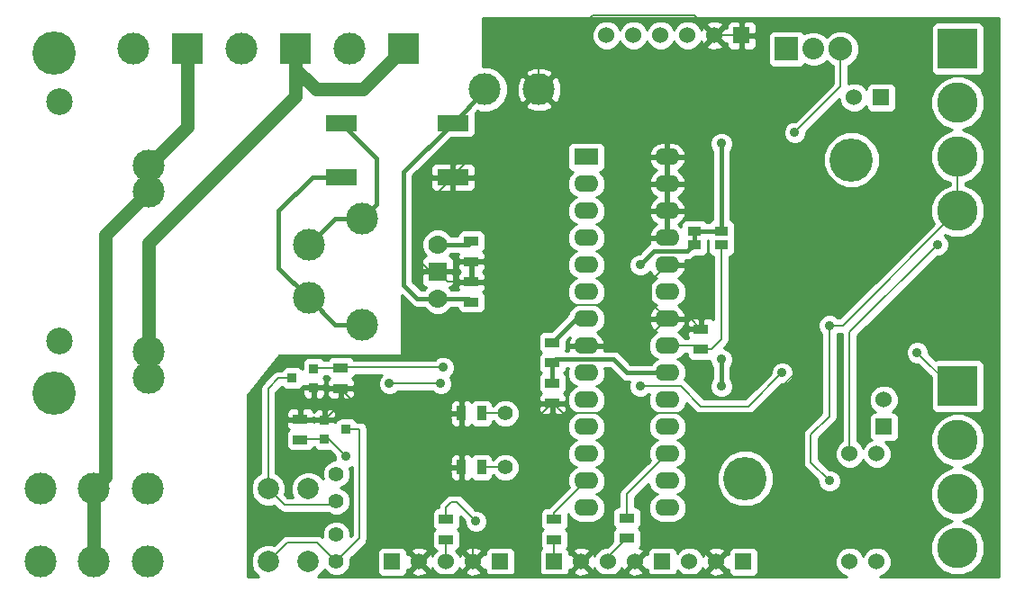
<source format=gbl>
G04 (created by PCBNEW-RS274X (2011-05-25)-stable) date Sun 08 Jan 2012 15:41:42 GMT*
G01*
G70*
G90*
%MOIN*%
G04 Gerber Fmt 3.4, Leading zero omitted, Abs format*
%FSLAX34Y34*%
G04 APERTURE LIST*
%ADD10C,0.006000*%
%ADD11C,0.060000*%
%ADD12C,0.055000*%
%ADD13R,0.036000X0.036000*%
%ADD14R,0.055000X0.035000*%
%ADD15R,0.035000X0.055000*%
%ADD16R,0.118100X0.118100*%
%ADD17C,0.118100*%
%ADD18C,0.080300*%
%ADD19R,0.088200X0.088200*%
%ADD20C,0.088200*%
%ADD21R,0.060000X0.060000*%
%ADD22C,0.070000*%
%ADD23R,0.070000X0.070000*%
%ADD24C,0.056000*%
%ADD25R,0.050000X0.038000*%
%ADD26O,0.090000X0.062000*%
%ADD27R,0.090000X0.062000*%
%ADD28R,0.118100X0.059100*%
%ADD29C,0.150000*%
%ADD30R,0.150000X0.150000*%
%ADD31C,0.160000*%
%ADD32C,0.078700*%
%ADD33C,0.098400*%
%ADD34C,0.035000*%
%ADD35C,0.049200*%
%ADD36C,0.015700*%
%ADD37C,0.008000*%
%ADD38C,0.010000*%
G04 APERTURE END LIST*
G54D10*
G54D11*
X69835Y-54203D03*
X69835Y-58203D03*
X68835Y-54203D03*
X68835Y-58203D03*
G54D12*
X49835Y-58203D03*
X49835Y-57203D03*
X49835Y-55953D03*
X49835Y-54953D03*
G54D13*
X49000Y-51750D03*
X49000Y-51050D03*
X48200Y-51400D03*
X49400Y-52950D03*
X49400Y-53650D03*
X50200Y-53300D03*
G54D14*
X63335Y-50328D03*
X63335Y-49578D03*
X57835Y-50078D03*
X57835Y-50828D03*
X48500Y-53675D03*
X48500Y-52925D03*
X53900Y-56625D03*
X53900Y-57375D03*
X50000Y-51025D03*
X50000Y-51775D03*
X57900Y-56625D03*
X57900Y-57375D03*
X60585Y-56578D03*
X60585Y-57328D03*
G54D15*
X55210Y-54703D03*
X54460Y-54703D03*
X55210Y-52703D03*
X54460Y-52703D03*
G54D14*
X57835Y-51578D03*
X57835Y-52328D03*
X54835Y-46328D03*
X54835Y-47078D03*
X54835Y-48578D03*
X54835Y-47828D03*
G54D16*
X48335Y-39203D03*
G54D17*
X46335Y-39203D03*
G54D16*
X52335Y-39203D03*
G54D17*
X50335Y-39203D03*
G54D16*
X44335Y-39203D03*
G54D17*
X42335Y-39203D03*
G54D18*
X67500Y-39200D03*
G54D19*
X66500Y-39200D03*
G54D20*
X68500Y-39200D03*
G54D21*
X61900Y-58200D03*
G54D11*
X60900Y-58200D03*
X59900Y-58200D03*
G54D21*
X64900Y-58200D03*
G54D11*
X63900Y-58200D03*
X62900Y-58200D03*
G54D21*
X51900Y-58200D03*
G54D11*
X52900Y-58200D03*
X53900Y-58200D03*
G54D21*
X55900Y-58200D03*
G54D11*
X54900Y-58200D03*
G54D21*
X57900Y-58200D03*
G54D11*
X58900Y-58200D03*
G54D21*
X64835Y-38703D03*
G54D11*
X63835Y-38703D03*
X62835Y-38703D03*
X61835Y-38703D03*
X60835Y-38703D03*
X59835Y-38703D03*
G54D22*
X53585Y-48453D03*
G54D23*
X53585Y-47453D03*
G54D22*
X53585Y-46453D03*
G54D24*
X56085Y-54703D03*
X56085Y-52703D03*
G54D25*
X63085Y-46453D03*
X63085Y-45953D03*
X64085Y-46453D03*
X64085Y-45953D03*
G54D17*
X57335Y-40703D03*
X55335Y-40703D03*
G54D26*
X59085Y-44203D03*
X59085Y-45203D03*
X59085Y-46203D03*
X59085Y-47203D03*
X59085Y-48203D03*
X59085Y-49203D03*
X59085Y-50203D03*
X59085Y-51203D03*
X59085Y-52203D03*
X59085Y-53203D03*
X59085Y-54203D03*
X59085Y-55203D03*
X59085Y-56203D03*
G54D27*
X59085Y-43203D03*
G54D26*
X62085Y-56203D03*
X62085Y-55203D03*
X62085Y-54203D03*
X62085Y-53203D03*
X62085Y-52203D03*
X62085Y-51203D03*
X62085Y-50203D03*
X62085Y-49203D03*
X62085Y-48203D03*
X62085Y-47203D03*
X62085Y-46203D03*
X62085Y-45203D03*
X62085Y-44203D03*
X62085Y-43203D03*
G54D28*
X54152Y-43957D03*
X54152Y-41949D03*
X50018Y-41949D03*
X50018Y-43957D03*
G54D29*
X72835Y-41203D03*
X72835Y-43203D03*
G54D30*
X72835Y-39203D03*
G54D29*
X72835Y-45203D03*
X72835Y-53703D03*
X72835Y-55703D03*
G54D30*
X72835Y-51703D03*
G54D29*
X72835Y-57703D03*
G54D21*
X70100Y-53200D03*
G54D11*
X70100Y-52200D03*
G54D21*
X70000Y-41000D03*
G54D11*
X69000Y-41000D03*
G54D31*
X39370Y-39370D03*
X68898Y-43307D03*
X64961Y-55118D03*
X39370Y-51969D03*
G54D17*
X42898Y-43516D03*
X42898Y-51390D03*
X50772Y-45484D03*
X50772Y-49422D03*
X42898Y-44500D03*
X42898Y-50406D03*
X48804Y-46469D03*
X48804Y-48437D03*
G54D32*
X48800Y-55500D03*
X47312Y-55500D03*
G54D17*
X42847Y-55500D03*
X40863Y-55500D03*
X38879Y-55500D03*
G54D32*
X48800Y-58200D03*
X47312Y-58200D03*
G54D17*
X42847Y-58200D03*
X40863Y-58200D03*
X38879Y-58200D03*
G54D33*
X39600Y-41171D03*
X39600Y-50029D03*
G54D34*
X64085Y-50703D03*
X64085Y-51703D03*
X61085Y-47203D03*
X64085Y-42703D03*
X61085Y-51703D03*
X66335Y-51203D03*
X55000Y-56700D03*
X71335Y-50453D03*
X68085Y-55203D03*
X68085Y-49453D03*
X72085Y-46453D03*
X53700Y-51600D03*
X51800Y-51600D03*
X50200Y-54300D03*
X53800Y-51000D03*
X65800Y-58100D03*
X52085Y-53453D03*
X67585Y-50453D03*
X67335Y-46453D03*
X69835Y-46453D03*
X66800Y-42300D03*
G54D35*
X42898Y-51390D02*
X42898Y-46390D01*
X48335Y-40953D02*
X48335Y-39203D01*
X42898Y-46390D02*
X48335Y-40953D01*
X52335Y-39203D02*
X50835Y-40703D01*
X50835Y-40703D02*
X49085Y-40703D01*
X49085Y-40703D02*
X48335Y-39953D01*
X48335Y-39953D02*
X48335Y-39203D01*
G54D36*
X53585Y-46453D02*
X54710Y-46453D01*
X54710Y-46453D02*
X54835Y-46328D01*
X57835Y-50078D02*
X58710Y-49203D01*
X58710Y-49203D02*
X59085Y-49203D01*
X64085Y-50703D02*
X64085Y-51703D01*
G54D35*
X40863Y-55500D02*
X40863Y-58200D01*
X42898Y-44500D02*
X42898Y-44502D01*
X41300Y-55063D02*
X40863Y-55500D01*
X41300Y-46100D02*
X41300Y-55063D01*
X42898Y-44502D02*
X41300Y-46100D01*
X44335Y-39203D02*
X44335Y-42079D01*
X44335Y-42079D02*
X42898Y-43516D01*
G54D36*
X57835Y-51578D02*
X57835Y-50828D01*
X62085Y-51203D02*
X60585Y-51203D01*
X57960Y-50703D02*
X57835Y-50828D01*
X60085Y-50703D02*
X57960Y-50703D01*
X60585Y-51203D02*
X60085Y-50703D01*
X63085Y-46453D02*
X62835Y-46703D01*
X61585Y-46703D02*
X61085Y-47203D01*
X62835Y-46703D02*
X61585Y-46703D01*
X63085Y-45953D02*
X63085Y-46453D01*
X64085Y-42703D02*
X64085Y-45953D01*
X64085Y-45953D02*
X63085Y-45953D01*
G54D37*
X62585Y-51703D02*
X63335Y-52453D01*
X65085Y-52453D02*
X66335Y-51203D01*
X63335Y-52453D02*
X65085Y-52453D01*
X62585Y-51703D02*
X61085Y-51703D01*
X53900Y-56625D02*
X53900Y-56200D01*
X54300Y-56000D02*
X55000Y-56700D01*
X54100Y-56000D02*
X54300Y-56000D01*
X53900Y-56200D02*
X54100Y-56000D01*
X57900Y-56625D02*
X57900Y-56388D01*
X57900Y-56388D02*
X59085Y-55203D01*
G54D36*
X50772Y-45484D02*
X49789Y-45484D01*
X49789Y-45484D02*
X48804Y-46469D01*
X50772Y-45484D02*
X50804Y-45484D01*
X51335Y-43266D02*
X50018Y-41949D01*
X51335Y-44953D02*
X51335Y-43266D01*
X50804Y-45484D02*
X51335Y-44953D01*
X48804Y-48437D02*
X47700Y-47333D01*
X48943Y-43957D02*
X50018Y-43957D01*
X47700Y-45200D02*
X48943Y-43957D01*
X47700Y-47333D02*
X47700Y-45200D01*
X50772Y-49422D02*
X49789Y-49422D01*
X49789Y-49422D02*
X48804Y-48437D01*
X53585Y-48453D02*
X54710Y-48453D01*
X54710Y-48453D02*
X54835Y-48578D01*
X53585Y-48453D02*
X52835Y-48453D01*
X52335Y-43766D02*
X54152Y-41949D01*
X52335Y-47953D02*
X52335Y-43766D01*
X52835Y-48453D02*
X52335Y-47953D01*
X54152Y-41949D02*
X55335Y-40766D01*
X55335Y-40766D02*
X55335Y-40703D01*
G54D37*
X72835Y-51703D02*
X72585Y-51703D01*
X72585Y-51703D02*
X71335Y-50453D01*
X68085Y-55203D02*
X67400Y-54518D01*
X67400Y-53500D02*
X68085Y-52815D01*
X67400Y-54518D02*
X67400Y-53500D01*
X68085Y-49453D02*
X68585Y-49453D01*
X68585Y-49453D02*
X72835Y-45203D01*
X72835Y-45203D02*
X72835Y-43203D01*
X68085Y-49453D02*
X68085Y-52815D01*
X68835Y-49703D02*
X68835Y-54203D01*
X72085Y-46453D02*
X68835Y-49703D01*
X49400Y-53650D02*
X49550Y-53650D01*
X51800Y-51600D02*
X53700Y-51600D01*
X49550Y-53650D02*
X50200Y-54300D01*
X48500Y-53675D02*
X48525Y-53650D01*
X48525Y-53650D02*
X49400Y-53650D01*
X50000Y-51025D02*
X50025Y-51000D01*
X50025Y-51000D02*
X53800Y-51000D01*
X49000Y-51050D02*
X49025Y-51025D01*
X49025Y-51025D02*
X50000Y-51025D01*
X60585Y-56578D02*
X60585Y-55703D01*
X60585Y-55703D02*
X62085Y-54203D01*
X56085Y-52703D02*
X55210Y-52703D01*
X56085Y-54703D02*
X55210Y-54703D01*
X50000Y-51775D02*
X51678Y-53453D01*
X51678Y-53453D02*
X52085Y-53453D01*
X49400Y-52950D02*
X50000Y-52350D01*
X50000Y-52350D02*
X50000Y-51775D01*
X49000Y-51750D02*
X49025Y-51775D01*
X49025Y-51775D02*
X50000Y-51775D01*
X48500Y-52925D02*
X48525Y-52950D01*
X48525Y-52950D02*
X49400Y-52950D01*
X54900Y-58200D02*
X54900Y-57700D01*
X54460Y-55360D02*
X54460Y-54703D01*
X55600Y-56500D02*
X54460Y-55360D01*
X55600Y-57000D02*
X55600Y-56500D01*
X54900Y-57700D02*
X55600Y-57000D01*
X63900Y-58200D02*
X64500Y-57600D01*
X65800Y-57900D02*
X65800Y-58100D01*
X65500Y-57600D02*
X65800Y-57900D01*
X64500Y-57600D02*
X65500Y-57600D01*
X60900Y-58200D02*
X61400Y-58700D01*
X63400Y-58700D02*
X63900Y-58200D01*
X61400Y-58700D02*
X63400Y-58700D01*
X58900Y-58200D02*
X59400Y-58700D01*
X60400Y-58700D02*
X60900Y-58200D01*
X59400Y-58700D02*
X60400Y-58700D01*
X54900Y-58200D02*
X55400Y-58700D01*
X58400Y-58700D02*
X58900Y-58200D01*
X55400Y-58700D02*
X58400Y-58700D01*
X52900Y-58200D02*
X53400Y-58700D01*
X54400Y-58700D02*
X54900Y-58200D01*
X53400Y-58700D02*
X54400Y-58700D01*
X62085Y-46203D02*
X62085Y-45203D01*
X62085Y-45203D02*
X62085Y-44203D01*
X62085Y-44203D02*
X62085Y-43203D01*
X62085Y-43203D02*
X62085Y-40453D01*
X62085Y-40453D02*
X63835Y-38703D01*
X62085Y-47203D02*
X61500Y-47788D01*
X61500Y-48618D02*
X62085Y-49203D01*
X61500Y-47788D02*
X61500Y-48618D01*
X54460Y-52703D02*
X54460Y-53078D01*
X56710Y-53453D02*
X57835Y-52328D01*
X54835Y-53453D02*
X56710Y-53453D01*
X54460Y-53078D02*
X54835Y-53453D01*
X54460Y-52703D02*
X54460Y-51578D01*
X55460Y-47828D02*
X54835Y-47828D01*
X55585Y-47953D02*
X55460Y-47828D01*
X55585Y-50453D02*
X55585Y-47953D01*
X54460Y-51578D02*
X55585Y-50453D01*
X54460Y-54703D02*
X54460Y-52703D01*
X52835Y-52703D02*
X54460Y-52703D01*
X52085Y-53453D02*
X52835Y-52703D01*
X63835Y-38703D02*
X64835Y-38703D01*
X57335Y-40703D02*
X57335Y-39953D01*
X63085Y-37953D02*
X63835Y-38703D01*
X59335Y-37953D02*
X63085Y-37953D01*
X57335Y-39953D02*
X59335Y-37953D01*
X54152Y-43957D02*
X54152Y-43886D01*
X54152Y-43886D02*
X57335Y-40703D01*
X54835Y-47828D02*
X54835Y-47078D01*
X53585Y-47453D02*
X53335Y-47453D01*
X52835Y-45274D02*
X54152Y-43957D01*
X52835Y-46953D02*
X52835Y-45274D01*
X53335Y-47453D02*
X52835Y-46953D01*
X53585Y-47453D02*
X53960Y-47828D01*
X53960Y-47828D02*
X54835Y-47828D01*
X57085Y-49453D02*
X57835Y-48703D01*
X57460Y-52328D02*
X57085Y-51953D01*
X57085Y-51953D02*
X57085Y-49453D01*
X57835Y-52328D02*
X57460Y-52328D01*
X57835Y-48703D02*
X59585Y-48703D01*
X59585Y-48703D02*
X60085Y-49203D01*
X60085Y-49203D02*
X60085Y-50203D01*
X61335Y-52703D02*
X58210Y-52703D01*
X65335Y-52703D02*
X61335Y-52703D01*
X67585Y-50453D02*
X65335Y-52703D01*
X58210Y-52703D02*
X57835Y-52328D01*
X62085Y-49203D02*
X61085Y-50203D01*
X60335Y-50203D02*
X60085Y-50203D01*
X61085Y-50203D02*
X60335Y-50203D01*
X60085Y-50203D02*
X59085Y-50203D01*
X67585Y-47453D02*
X67585Y-46703D01*
X67585Y-46703D02*
X67335Y-46453D01*
X63335Y-49578D02*
X62960Y-49203D01*
X62960Y-49203D02*
X62085Y-49203D01*
X67585Y-50453D02*
X67585Y-47453D01*
X67335Y-46453D02*
X69835Y-46453D01*
X53900Y-58200D02*
X53900Y-57375D01*
X59900Y-58200D02*
X59900Y-58013D01*
X59900Y-58013D02*
X60585Y-57328D01*
X57900Y-58200D02*
X57900Y-57375D01*
X68500Y-40600D02*
X68500Y-39200D01*
X66800Y-42300D02*
X68500Y-40600D01*
X63335Y-50328D02*
X63710Y-50328D01*
X64085Y-49953D02*
X64085Y-46453D01*
X63710Y-50328D02*
X64085Y-49953D01*
X62085Y-50203D02*
X63210Y-50203D01*
X63210Y-50203D02*
X63335Y-50328D01*
X49835Y-58203D02*
X50700Y-57338D01*
X50700Y-53300D02*
X50200Y-53300D01*
X50700Y-57338D02*
X50700Y-53300D01*
X49835Y-58203D02*
X49132Y-57500D01*
X48012Y-57500D02*
X47312Y-58200D01*
X49132Y-57500D02*
X48012Y-57500D01*
X49835Y-55953D02*
X49688Y-56100D01*
X47912Y-56100D02*
X47312Y-55500D01*
X49688Y-56100D02*
X47912Y-56100D01*
X47312Y-55500D02*
X47312Y-51788D01*
X47700Y-51400D02*
X48200Y-51400D01*
X47312Y-51788D02*
X47700Y-51400D01*
G54D10*
G36*
X74350Y-58750D02*
X73835Y-58750D01*
X73835Y-57903D01*
X73835Y-57505D01*
X73683Y-57137D01*
X73402Y-56856D01*
X73035Y-56703D01*
X73033Y-56703D01*
X73401Y-56551D01*
X73682Y-56270D01*
X73835Y-55903D01*
X73835Y-55505D01*
X73683Y-55137D01*
X73402Y-54856D01*
X73035Y-54703D01*
X73033Y-54703D01*
X73401Y-54551D01*
X73682Y-54270D01*
X73835Y-53903D01*
X73835Y-53505D01*
X73835Y-45403D01*
X73835Y-45005D01*
X73683Y-44637D01*
X73402Y-44356D01*
X73125Y-44240D01*
X73125Y-44165D01*
X73401Y-44051D01*
X73682Y-43770D01*
X73835Y-43403D01*
X73835Y-43005D01*
X73683Y-42637D01*
X73402Y-42356D01*
X73035Y-42203D01*
X73033Y-42203D01*
X73401Y-42051D01*
X73682Y-41770D01*
X73835Y-41403D01*
X73835Y-41005D01*
X73834Y-41002D01*
X73834Y-40003D01*
X73834Y-39904D01*
X73834Y-38404D01*
X73796Y-38312D01*
X73726Y-38242D01*
X73635Y-38204D01*
X73536Y-38204D01*
X72036Y-38204D01*
X71944Y-38242D01*
X71874Y-38312D01*
X71836Y-38403D01*
X71836Y-38502D01*
X71836Y-40002D01*
X71874Y-40094D01*
X71944Y-40164D01*
X72035Y-40202D01*
X72134Y-40202D01*
X73634Y-40202D01*
X73726Y-40164D01*
X73796Y-40094D01*
X73834Y-40003D01*
X73834Y-41002D01*
X73683Y-40637D01*
X73402Y-40356D01*
X73035Y-40203D01*
X72637Y-40203D01*
X72269Y-40355D01*
X71988Y-40636D01*
X71835Y-41003D01*
X71835Y-41401D01*
X71987Y-41769D01*
X72268Y-42050D01*
X72635Y-42203D01*
X72269Y-42355D01*
X71988Y-42636D01*
X71835Y-43003D01*
X71835Y-43401D01*
X71987Y-43769D01*
X72268Y-44050D01*
X72545Y-44165D01*
X72545Y-44241D01*
X72269Y-44355D01*
X71988Y-44636D01*
X71835Y-45003D01*
X71835Y-45401D01*
X71949Y-45678D01*
X70549Y-47078D01*
X70549Y-41350D01*
X70549Y-41251D01*
X70549Y-40651D01*
X70511Y-40559D01*
X70441Y-40489D01*
X70350Y-40451D01*
X70251Y-40451D01*
X69651Y-40451D01*
X69559Y-40489D01*
X69489Y-40559D01*
X69451Y-40650D01*
X69451Y-40675D01*
X69311Y-40535D01*
X69109Y-40451D01*
X68891Y-40451D01*
X68790Y-40493D01*
X68790Y-39827D01*
X68891Y-39786D01*
X69085Y-39592D01*
X69191Y-39338D01*
X69191Y-39063D01*
X69086Y-38809D01*
X68892Y-38615D01*
X68638Y-38509D01*
X68363Y-38509D01*
X68109Y-38614D01*
X67971Y-38752D01*
X67868Y-38649D01*
X67630Y-38550D01*
X67371Y-38550D01*
X67160Y-38637D01*
X67152Y-38618D01*
X67082Y-38548D01*
X66991Y-38510D01*
X66892Y-38510D01*
X66010Y-38510D01*
X65918Y-38548D01*
X65848Y-38618D01*
X65810Y-38709D01*
X65810Y-38808D01*
X65810Y-39690D01*
X65848Y-39782D01*
X65918Y-39852D01*
X66009Y-39890D01*
X66108Y-39890D01*
X66990Y-39890D01*
X67082Y-39852D01*
X67152Y-39782D01*
X67160Y-39762D01*
X67370Y-39850D01*
X67629Y-39850D01*
X67868Y-39751D01*
X67971Y-39648D01*
X68108Y-39785D01*
X68210Y-39827D01*
X68210Y-40480D01*
X66815Y-41875D01*
X66716Y-41875D01*
X66560Y-41939D01*
X66440Y-42059D01*
X66375Y-42215D01*
X66375Y-42384D01*
X66439Y-42540D01*
X66559Y-42660D01*
X66715Y-42725D01*
X66884Y-42725D01*
X67040Y-42661D01*
X67160Y-42541D01*
X67225Y-42385D01*
X67225Y-42285D01*
X68451Y-41059D01*
X68451Y-41109D01*
X68535Y-41311D01*
X68689Y-41465D01*
X68891Y-41549D01*
X69109Y-41549D01*
X69311Y-41465D01*
X69451Y-41325D01*
X69451Y-41349D01*
X69489Y-41441D01*
X69559Y-41511D01*
X69650Y-41549D01*
X69749Y-41549D01*
X70349Y-41549D01*
X70441Y-41511D01*
X70511Y-41441D01*
X70549Y-41350D01*
X70549Y-47078D01*
X69948Y-47679D01*
X69948Y-43517D01*
X69948Y-43099D01*
X69788Y-42713D01*
X69493Y-42417D01*
X69108Y-42257D01*
X68690Y-42257D01*
X68304Y-42417D01*
X68008Y-42712D01*
X67848Y-43097D01*
X67848Y-43515D01*
X68008Y-43901D01*
X68303Y-44197D01*
X68688Y-44357D01*
X69106Y-44357D01*
X69492Y-44197D01*
X69788Y-43902D01*
X69948Y-43517D01*
X69948Y-47679D01*
X68465Y-49163D01*
X68396Y-49163D01*
X68326Y-49093D01*
X68170Y-49028D01*
X68001Y-49028D01*
X67845Y-49092D01*
X67725Y-49212D01*
X67660Y-49368D01*
X67660Y-49537D01*
X67724Y-49693D01*
X67795Y-49764D01*
X67795Y-52694D01*
X67195Y-53295D01*
X67132Y-53389D01*
X67110Y-53500D01*
X67110Y-54518D01*
X67132Y-54629D01*
X67195Y-54723D01*
X67660Y-55188D01*
X67660Y-55287D01*
X67724Y-55443D01*
X67844Y-55563D01*
X68000Y-55628D01*
X68169Y-55628D01*
X68325Y-55564D01*
X68445Y-55444D01*
X68510Y-55288D01*
X68510Y-55119D01*
X68446Y-54963D01*
X68326Y-54843D01*
X68170Y-54778D01*
X68070Y-54778D01*
X67690Y-54397D01*
X67690Y-53620D01*
X68290Y-53021D01*
X68290Y-53020D01*
X68331Y-52958D01*
X68352Y-52927D01*
X68353Y-52926D01*
X68374Y-52816D01*
X68375Y-52815D01*
X68375Y-49764D01*
X68396Y-49743D01*
X68545Y-49743D01*
X68545Y-53729D01*
X68524Y-53738D01*
X68370Y-53892D01*
X68286Y-54094D01*
X68286Y-54312D01*
X68370Y-54514D01*
X68524Y-54668D01*
X68726Y-54752D01*
X68944Y-54752D01*
X69146Y-54668D01*
X69300Y-54514D01*
X69335Y-54429D01*
X69370Y-54514D01*
X69524Y-54668D01*
X69726Y-54752D01*
X69944Y-54752D01*
X70146Y-54668D01*
X70300Y-54514D01*
X70384Y-54312D01*
X70384Y-54094D01*
X70300Y-53892D01*
X70157Y-53749D01*
X70449Y-53749D01*
X70541Y-53711D01*
X70611Y-53641D01*
X70649Y-53550D01*
X70649Y-53451D01*
X70649Y-52851D01*
X70611Y-52759D01*
X70541Y-52689D01*
X70450Y-52651D01*
X70425Y-52651D01*
X70565Y-52511D01*
X70649Y-52309D01*
X70649Y-52091D01*
X70565Y-51889D01*
X70411Y-51735D01*
X70209Y-51651D01*
X69991Y-51651D01*
X69789Y-51735D01*
X69635Y-51889D01*
X69551Y-52091D01*
X69551Y-52309D01*
X69635Y-52511D01*
X69775Y-52651D01*
X69751Y-52651D01*
X69659Y-52689D01*
X69589Y-52759D01*
X69551Y-52850D01*
X69551Y-52949D01*
X69551Y-53549D01*
X69589Y-53641D01*
X69638Y-53690D01*
X69524Y-53738D01*
X69370Y-53892D01*
X69335Y-53976D01*
X69300Y-53892D01*
X69146Y-53738D01*
X69125Y-53729D01*
X69125Y-49823D01*
X72070Y-46878D01*
X72169Y-46878D01*
X72325Y-46814D01*
X72445Y-46694D01*
X72510Y-46538D01*
X72510Y-46369D01*
X72446Y-46213D01*
X72340Y-46107D01*
X72359Y-46088D01*
X72635Y-46203D01*
X73033Y-46203D01*
X73401Y-46051D01*
X73682Y-45770D01*
X73835Y-45403D01*
X73835Y-53505D01*
X73834Y-53502D01*
X73834Y-52503D01*
X73834Y-52404D01*
X73834Y-50904D01*
X73796Y-50812D01*
X73726Y-50742D01*
X73635Y-50704D01*
X73536Y-50704D01*
X72036Y-50704D01*
X72007Y-50715D01*
X71760Y-50467D01*
X71760Y-50369D01*
X71696Y-50213D01*
X71576Y-50093D01*
X71420Y-50028D01*
X71251Y-50028D01*
X71095Y-50092D01*
X70975Y-50212D01*
X70910Y-50368D01*
X70910Y-50537D01*
X70974Y-50693D01*
X71094Y-50813D01*
X71250Y-50878D01*
X71349Y-50878D01*
X71836Y-51364D01*
X71836Y-52502D01*
X71874Y-52594D01*
X71944Y-52664D01*
X72035Y-52702D01*
X72134Y-52702D01*
X73634Y-52702D01*
X73726Y-52664D01*
X73796Y-52594D01*
X73834Y-52503D01*
X73834Y-53502D01*
X73683Y-53137D01*
X73402Y-52856D01*
X73035Y-52703D01*
X72637Y-52703D01*
X72269Y-52855D01*
X71988Y-53136D01*
X71835Y-53503D01*
X71835Y-53901D01*
X71987Y-54269D01*
X72268Y-54550D01*
X72635Y-54703D01*
X72269Y-54855D01*
X71988Y-55136D01*
X71835Y-55503D01*
X71835Y-55901D01*
X71987Y-56269D01*
X72268Y-56550D01*
X72635Y-56703D01*
X72269Y-56855D01*
X71988Y-57136D01*
X71835Y-57503D01*
X71835Y-57901D01*
X71987Y-58269D01*
X72268Y-58550D01*
X72635Y-58703D01*
X73033Y-58703D01*
X73401Y-58551D01*
X73682Y-58270D01*
X73835Y-57903D01*
X73835Y-58750D01*
X69948Y-58750D01*
X70146Y-58668D01*
X70300Y-58514D01*
X70384Y-58312D01*
X70384Y-58094D01*
X70300Y-57892D01*
X70146Y-57738D01*
X69944Y-57654D01*
X69726Y-57654D01*
X69524Y-57738D01*
X69370Y-57892D01*
X69335Y-57976D01*
X69300Y-57892D01*
X69146Y-57738D01*
X68944Y-57654D01*
X68726Y-57654D01*
X68524Y-57738D01*
X68370Y-57892D01*
X68286Y-58094D01*
X68286Y-58312D01*
X68370Y-58514D01*
X68524Y-58668D01*
X68721Y-58750D01*
X66760Y-58750D01*
X66760Y-51288D01*
X66760Y-51119D01*
X66696Y-50963D01*
X66576Y-50843D01*
X66420Y-50778D01*
X66251Y-50778D01*
X66095Y-50842D01*
X65975Y-50962D01*
X65910Y-51118D01*
X65910Y-51217D01*
X65385Y-51742D01*
X65385Y-38815D01*
X65385Y-38591D01*
X65384Y-38452D01*
X65384Y-38353D01*
X65346Y-38262D01*
X65276Y-38192D01*
X65184Y-38154D01*
X64947Y-38153D01*
X64885Y-38215D01*
X64885Y-38653D01*
X65323Y-38653D01*
X65385Y-38591D01*
X65385Y-38815D01*
X65323Y-38753D01*
X64885Y-38753D01*
X64885Y-39191D01*
X64947Y-39253D01*
X65184Y-39252D01*
X65276Y-39214D01*
X65346Y-39144D01*
X65384Y-39053D01*
X65384Y-38954D01*
X65385Y-38815D01*
X65385Y-51742D01*
X64964Y-52163D01*
X64785Y-52163D01*
X64785Y-39191D01*
X64785Y-38803D01*
X64785Y-38753D01*
X64785Y-38653D01*
X64785Y-38603D01*
X64785Y-38215D01*
X64723Y-38153D01*
X64486Y-38154D01*
X64394Y-38192D01*
X64324Y-38262D01*
X64286Y-38353D01*
X64286Y-38415D01*
X64213Y-38395D01*
X64143Y-38465D01*
X64143Y-38325D01*
X64116Y-38231D01*
X63914Y-38160D01*
X63701Y-38171D01*
X63554Y-38231D01*
X63527Y-38325D01*
X63835Y-38632D01*
X64143Y-38325D01*
X64143Y-38465D01*
X63906Y-38703D01*
X64213Y-39011D01*
X64286Y-38990D01*
X64286Y-39053D01*
X64324Y-39144D01*
X64394Y-39214D01*
X64486Y-39252D01*
X64723Y-39253D01*
X64785Y-39191D01*
X64785Y-52163D01*
X63455Y-52163D01*
X62790Y-51498D01*
X62727Y-51455D01*
X62787Y-51312D01*
X62787Y-51094D01*
X62703Y-50892D01*
X62549Y-50738D01*
X62464Y-50703D01*
X62549Y-50668D01*
X62703Y-50514D01*
X62711Y-50493D01*
X62811Y-50493D01*
X62811Y-50552D01*
X62849Y-50644D01*
X62919Y-50714D01*
X63010Y-50752D01*
X63109Y-50752D01*
X63659Y-50752D01*
X63660Y-50751D01*
X63660Y-50787D01*
X63724Y-50943D01*
X63757Y-50976D01*
X63757Y-51430D01*
X63725Y-51462D01*
X63660Y-51618D01*
X63660Y-51787D01*
X63724Y-51943D01*
X63844Y-52063D01*
X64000Y-52128D01*
X64169Y-52128D01*
X64325Y-52064D01*
X64445Y-51944D01*
X64510Y-51788D01*
X64510Y-51619D01*
X64446Y-51463D01*
X64413Y-51430D01*
X64413Y-50976D01*
X64445Y-50944D01*
X64510Y-50788D01*
X64510Y-50619D01*
X64446Y-50463D01*
X64326Y-50343D01*
X64170Y-50278D01*
X64290Y-50158D01*
X64353Y-50064D01*
X64375Y-49953D01*
X64375Y-46892D01*
X64384Y-46892D01*
X64476Y-46854D01*
X64546Y-46784D01*
X64584Y-46693D01*
X64584Y-46594D01*
X64584Y-46214D01*
X64579Y-46203D01*
X64584Y-46193D01*
X64584Y-46094D01*
X64584Y-45714D01*
X64546Y-45622D01*
X64476Y-45552D01*
X64413Y-45525D01*
X64413Y-42976D01*
X64445Y-42944D01*
X64510Y-42788D01*
X64510Y-42619D01*
X64446Y-42463D01*
X64326Y-42343D01*
X64170Y-42278D01*
X64143Y-42278D01*
X64143Y-39081D01*
X63835Y-38774D01*
X63764Y-38844D01*
X63764Y-38703D01*
X63457Y-38395D01*
X63363Y-38422D01*
X63339Y-38487D01*
X63300Y-38392D01*
X63146Y-38238D01*
X62944Y-38154D01*
X62726Y-38154D01*
X62524Y-38238D01*
X62370Y-38392D01*
X62335Y-38476D01*
X62300Y-38392D01*
X62146Y-38238D01*
X61944Y-38154D01*
X61726Y-38154D01*
X61524Y-38238D01*
X61370Y-38392D01*
X61335Y-38476D01*
X61300Y-38392D01*
X61146Y-38238D01*
X60944Y-38154D01*
X60726Y-38154D01*
X60524Y-38238D01*
X60370Y-38392D01*
X60335Y-38476D01*
X60300Y-38392D01*
X60146Y-38238D01*
X59944Y-38154D01*
X59726Y-38154D01*
X59524Y-38238D01*
X59370Y-38392D01*
X59286Y-38594D01*
X59286Y-38812D01*
X59370Y-39014D01*
X59524Y-39168D01*
X59726Y-39252D01*
X59944Y-39252D01*
X60146Y-39168D01*
X60300Y-39014D01*
X60335Y-38929D01*
X60370Y-39014D01*
X60524Y-39168D01*
X60726Y-39252D01*
X60944Y-39252D01*
X61146Y-39168D01*
X61300Y-39014D01*
X61335Y-38929D01*
X61370Y-39014D01*
X61524Y-39168D01*
X61726Y-39252D01*
X61944Y-39252D01*
X62146Y-39168D01*
X62300Y-39014D01*
X62335Y-38929D01*
X62370Y-39014D01*
X62524Y-39168D01*
X62726Y-39252D01*
X62944Y-39252D01*
X63146Y-39168D01*
X63300Y-39014D01*
X63337Y-38922D01*
X63363Y-38984D01*
X63457Y-39011D01*
X63764Y-38703D01*
X63764Y-38844D01*
X63527Y-39081D01*
X63554Y-39175D01*
X63756Y-39246D01*
X63969Y-39235D01*
X64116Y-39175D01*
X64143Y-39081D01*
X64143Y-42278D01*
X64001Y-42278D01*
X63845Y-42342D01*
X63725Y-42462D01*
X63660Y-42618D01*
X63660Y-42787D01*
X63724Y-42943D01*
X63757Y-42976D01*
X63757Y-45525D01*
X63694Y-45552D01*
X63624Y-45622D01*
X63622Y-45625D01*
X63547Y-45625D01*
X63546Y-45622D01*
X63476Y-45552D01*
X63385Y-45514D01*
X63286Y-45514D01*
X62786Y-45514D01*
X62694Y-45552D01*
X62624Y-45622D01*
X62586Y-45713D01*
X62586Y-45785D01*
X62471Y-45703D01*
X62635Y-45585D01*
X62750Y-45399D01*
X62767Y-45340D01*
X62767Y-45066D01*
X62750Y-45007D01*
X62635Y-44821D01*
X62471Y-44703D01*
X62635Y-44585D01*
X62750Y-44399D01*
X62767Y-44340D01*
X62767Y-44066D01*
X62750Y-44007D01*
X62635Y-43821D01*
X62471Y-43703D01*
X62635Y-43585D01*
X62750Y-43399D01*
X62767Y-43340D01*
X62767Y-43066D01*
X62750Y-43007D01*
X62635Y-42821D01*
X62458Y-42693D01*
X62245Y-42643D01*
X62135Y-42643D01*
X62135Y-43153D01*
X62720Y-43153D01*
X62767Y-43066D01*
X62767Y-43340D01*
X62720Y-43253D01*
X62135Y-43253D01*
X62135Y-43643D01*
X62135Y-43763D01*
X62135Y-44153D01*
X62720Y-44153D01*
X62767Y-44066D01*
X62767Y-44340D01*
X62720Y-44253D01*
X62135Y-44253D01*
X62135Y-44643D01*
X62135Y-44763D01*
X62135Y-45153D01*
X62720Y-45153D01*
X62767Y-45066D01*
X62767Y-45340D01*
X62720Y-45253D01*
X62135Y-45253D01*
X62135Y-45643D01*
X62135Y-45763D01*
X62135Y-46103D01*
X62135Y-46153D01*
X62135Y-46253D01*
X62035Y-46253D01*
X62035Y-46153D01*
X62035Y-45763D01*
X62035Y-45643D01*
X62035Y-45253D01*
X62035Y-45153D01*
X62035Y-44763D01*
X62035Y-44643D01*
X62035Y-44253D01*
X62035Y-44153D01*
X62035Y-43763D01*
X62035Y-43643D01*
X62035Y-43253D01*
X62035Y-43153D01*
X62035Y-42643D01*
X61925Y-42643D01*
X61712Y-42693D01*
X61535Y-42821D01*
X61420Y-43007D01*
X61403Y-43066D01*
X61450Y-43153D01*
X62035Y-43153D01*
X62035Y-43253D01*
X61450Y-43253D01*
X61403Y-43340D01*
X61420Y-43399D01*
X61535Y-43585D01*
X61698Y-43703D01*
X61535Y-43821D01*
X61420Y-44007D01*
X61403Y-44066D01*
X61450Y-44153D01*
X62035Y-44153D01*
X62035Y-44253D01*
X61450Y-44253D01*
X61403Y-44340D01*
X61420Y-44399D01*
X61535Y-44585D01*
X61698Y-44703D01*
X61535Y-44821D01*
X61420Y-45007D01*
X61403Y-45066D01*
X61450Y-45153D01*
X62035Y-45153D01*
X62035Y-45253D01*
X61450Y-45253D01*
X61403Y-45340D01*
X61420Y-45399D01*
X61535Y-45585D01*
X61698Y-45703D01*
X61535Y-45821D01*
X61420Y-46007D01*
X61403Y-46066D01*
X61450Y-46153D01*
X62035Y-46153D01*
X62035Y-46253D01*
X61985Y-46253D01*
X61450Y-46253D01*
X61403Y-46340D01*
X61420Y-46399D01*
X61431Y-46418D01*
X61353Y-46471D01*
X61046Y-46778D01*
X61001Y-46778D01*
X60845Y-46842D01*
X60725Y-46962D01*
X60660Y-47118D01*
X60660Y-47287D01*
X60724Y-47443D01*
X60844Y-47563D01*
X61000Y-47628D01*
X61169Y-47628D01*
X61325Y-47564D01*
X61445Y-47444D01*
X61446Y-47441D01*
X61535Y-47585D01*
X61700Y-47704D01*
X61621Y-47738D01*
X61467Y-47892D01*
X61383Y-48094D01*
X61383Y-48312D01*
X61467Y-48514D01*
X61621Y-48668D01*
X61700Y-48701D01*
X61535Y-48821D01*
X61420Y-49007D01*
X61403Y-49066D01*
X61450Y-49153D01*
X61985Y-49153D01*
X62035Y-49153D01*
X62135Y-49153D01*
X62185Y-49153D01*
X62720Y-49153D01*
X62767Y-49066D01*
X62750Y-49007D01*
X62635Y-48821D01*
X62469Y-48701D01*
X62549Y-48668D01*
X62703Y-48514D01*
X62787Y-48312D01*
X62787Y-48094D01*
X62703Y-47892D01*
X62549Y-47738D01*
X62469Y-47704D01*
X62635Y-47585D01*
X62750Y-47399D01*
X62767Y-47340D01*
X62720Y-47253D01*
X62185Y-47253D01*
X62135Y-47253D01*
X62035Y-47253D01*
X62035Y-47153D01*
X62135Y-47153D01*
X62185Y-47153D01*
X62720Y-47153D01*
X62767Y-47066D01*
X62756Y-47031D01*
X62835Y-47031D01*
X62960Y-47006D01*
X62961Y-47006D01*
X63067Y-46935D01*
X63110Y-46892D01*
X63384Y-46892D01*
X63476Y-46854D01*
X63546Y-46784D01*
X63584Y-46693D01*
X63584Y-46594D01*
X63584Y-46281D01*
X63586Y-46281D01*
X63586Y-46312D01*
X63586Y-46692D01*
X63624Y-46784D01*
X63694Y-46854D01*
X63785Y-46892D01*
X63795Y-46892D01*
X63795Y-49236D01*
X63751Y-49192D01*
X63660Y-49154D01*
X63561Y-49154D01*
X63447Y-49153D01*
X63385Y-49215D01*
X63385Y-49478D01*
X63385Y-49528D01*
X63385Y-49628D01*
X63285Y-49628D01*
X63285Y-49528D01*
X63285Y-49215D01*
X63223Y-49153D01*
X63109Y-49154D01*
X63010Y-49154D01*
X62919Y-49192D01*
X62849Y-49262D01*
X62811Y-49354D01*
X62810Y-49466D01*
X62872Y-49528D01*
X63285Y-49528D01*
X63285Y-49628D01*
X63235Y-49628D01*
X62872Y-49628D01*
X62810Y-49690D01*
X62811Y-49802D01*
X62849Y-49894D01*
X62868Y-49913D01*
X62711Y-49913D01*
X62703Y-49892D01*
X62549Y-49738D01*
X62469Y-49704D01*
X62635Y-49585D01*
X62750Y-49399D01*
X62767Y-49340D01*
X62720Y-49253D01*
X62185Y-49253D01*
X62135Y-49253D01*
X62035Y-49253D01*
X61985Y-49253D01*
X61450Y-49253D01*
X61403Y-49340D01*
X61420Y-49399D01*
X61535Y-49585D01*
X61700Y-49704D01*
X61621Y-49738D01*
X61467Y-49892D01*
X61383Y-50094D01*
X61383Y-50312D01*
X61467Y-50514D01*
X61621Y-50668D01*
X61705Y-50703D01*
X61621Y-50738D01*
X61484Y-50875D01*
X60721Y-50875D01*
X60317Y-50471D01*
X60211Y-50400D01*
X60085Y-50375D01*
X59756Y-50375D01*
X59767Y-50340D01*
X59720Y-50253D01*
X59185Y-50253D01*
X59135Y-50253D01*
X59035Y-50253D01*
X58985Y-50253D01*
X58450Y-50253D01*
X58403Y-50340D01*
X58413Y-50375D01*
X58328Y-50375D01*
X58359Y-50303D01*
X58359Y-50204D01*
X58359Y-50018D01*
X58500Y-49876D01*
X58420Y-50007D01*
X58403Y-50066D01*
X58450Y-50153D01*
X58985Y-50153D01*
X59035Y-50153D01*
X59135Y-50153D01*
X59185Y-50153D01*
X59720Y-50153D01*
X59767Y-50066D01*
X59750Y-50007D01*
X59635Y-49821D01*
X59469Y-49701D01*
X59549Y-49668D01*
X59703Y-49514D01*
X59787Y-49312D01*
X59787Y-49094D01*
X59703Y-48892D01*
X59549Y-48738D01*
X59464Y-48703D01*
X59549Y-48668D01*
X59703Y-48514D01*
X59787Y-48312D01*
X59787Y-48094D01*
X59703Y-47892D01*
X59549Y-47738D01*
X59464Y-47703D01*
X59549Y-47668D01*
X59703Y-47514D01*
X59787Y-47312D01*
X59787Y-47094D01*
X59703Y-46892D01*
X59549Y-46738D01*
X59464Y-46703D01*
X59549Y-46668D01*
X59703Y-46514D01*
X59787Y-46312D01*
X59787Y-46094D01*
X59703Y-45892D01*
X59549Y-45738D01*
X59464Y-45703D01*
X59549Y-45668D01*
X59703Y-45514D01*
X59787Y-45312D01*
X59787Y-45094D01*
X59703Y-44892D01*
X59549Y-44738D01*
X59464Y-44703D01*
X59549Y-44668D01*
X59703Y-44514D01*
X59787Y-44312D01*
X59787Y-44094D01*
X59703Y-43892D01*
X59573Y-43762D01*
X59584Y-43762D01*
X59676Y-43724D01*
X59746Y-43654D01*
X59784Y-43563D01*
X59784Y-43464D01*
X59784Y-42844D01*
X59746Y-42752D01*
X59676Y-42682D01*
X59585Y-42644D01*
X59486Y-42644D01*
X58586Y-42644D01*
X58494Y-42682D01*
X58424Y-42752D01*
X58386Y-42843D01*
X58386Y-42942D01*
X58386Y-43562D01*
X58424Y-43654D01*
X58494Y-43724D01*
X58585Y-43762D01*
X58597Y-43762D01*
X58467Y-43892D01*
X58383Y-44094D01*
X58383Y-44312D01*
X58467Y-44514D01*
X58621Y-44668D01*
X58705Y-44703D01*
X58621Y-44738D01*
X58467Y-44892D01*
X58383Y-45094D01*
X58383Y-45312D01*
X58467Y-45514D01*
X58621Y-45668D01*
X58705Y-45703D01*
X58621Y-45738D01*
X58467Y-45892D01*
X58383Y-46094D01*
X58383Y-46312D01*
X58467Y-46514D01*
X58621Y-46668D01*
X58705Y-46703D01*
X58621Y-46738D01*
X58467Y-46892D01*
X58383Y-47094D01*
X58383Y-47312D01*
X58467Y-47514D01*
X58621Y-47668D01*
X58705Y-47703D01*
X58621Y-47738D01*
X58467Y-47892D01*
X58383Y-48094D01*
X58383Y-48312D01*
X58467Y-48514D01*
X58621Y-48668D01*
X58705Y-48703D01*
X58621Y-48738D01*
X58467Y-48892D01*
X58402Y-49046D01*
X58162Y-49286D01*
X58162Y-40851D01*
X58155Y-40523D01*
X58042Y-40250D01*
X57919Y-40190D01*
X57848Y-40261D01*
X57848Y-40119D01*
X57788Y-39996D01*
X57483Y-39876D01*
X57155Y-39883D01*
X56882Y-39996D01*
X56822Y-40119D01*
X57335Y-40632D01*
X57848Y-40119D01*
X57848Y-40261D01*
X57406Y-40703D01*
X57919Y-41216D01*
X58042Y-41156D01*
X58162Y-40851D01*
X58162Y-49286D01*
X57848Y-49600D01*
X57848Y-41287D01*
X57335Y-40774D01*
X57264Y-40845D01*
X57264Y-40703D01*
X56751Y-40190D01*
X56628Y-40250D01*
X56508Y-40555D01*
X56515Y-40883D01*
X56628Y-41156D01*
X56751Y-41216D01*
X57264Y-40703D01*
X57264Y-40845D01*
X56822Y-41287D01*
X56882Y-41410D01*
X57187Y-41530D01*
X57515Y-41523D01*
X57788Y-41410D01*
X57848Y-41287D01*
X57848Y-49600D01*
X57795Y-49654D01*
X57511Y-49654D01*
X57419Y-49692D01*
X57349Y-49762D01*
X57311Y-49853D01*
X57311Y-49952D01*
X57311Y-50302D01*
X57349Y-50394D01*
X57408Y-50453D01*
X57349Y-50512D01*
X57311Y-50603D01*
X57311Y-50702D01*
X57311Y-51052D01*
X57349Y-51144D01*
X57408Y-51203D01*
X57349Y-51262D01*
X57311Y-51353D01*
X57311Y-51452D01*
X57311Y-51802D01*
X57349Y-51894D01*
X57408Y-51953D01*
X57349Y-52012D01*
X57311Y-52104D01*
X57310Y-52216D01*
X57372Y-52278D01*
X57735Y-52278D01*
X57785Y-52278D01*
X57885Y-52278D01*
X57935Y-52278D01*
X58298Y-52278D01*
X58360Y-52216D01*
X58359Y-52104D01*
X58321Y-52012D01*
X58262Y-51953D01*
X58321Y-51894D01*
X58359Y-51803D01*
X58359Y-51704D01*
X58359Y-51354D01*
X58321Y-51262D01*
X58262Y-51203D01*
X58321Y-51144D01*
X58359Y-51053D01*
X58359Y-51031D01*
X58409Y-51031D01*
X58383Y-51094D01*
X58383Y-51312D01*
X58467Y-51514D01*
X58621Y-51668D01*
X58705Y-51703D01*
X58621Y-51738D01*
X58467Y-51892D01*
X58383Y-52094D01*
X58383Y-52312D01*
X58467Y-52514D01*
X58621Y-52668D01*
X58705Y-52703D01*
X58621Y-52738D01*
X58467Y-52892D01*
X58383Y-53094D01*
X58383Y-53312D01*
X58467Y-53514D01*
X58621Y-53668D01*
X58705Y-53703D01*
X58621Y-53738D01*
X58467Y-53892D01*
X58383Y-54094D01*
X58383Y-54312D01*
X58467Y-54514D01*
X58621Y-54668D01*
X58705Y-54703D01*
X58621Y-54738D01*
X58467Y-54892D01*
X58383Y-55094D01*
X58383Y-55312D01*
X58436Y-55441D01*
X58360Y-55517D01*
X58360Y-52440D01*
X58298Y-52378D01*
X57885Y-52378D01*
X57885Y-52691D01*
X57947Y-52753D01*
X58061Y-52752D01*
X58160Y-52752D01*
X58251Y-52714D01*
X58321Y-52644D01*
X58359Y-52552D01*
X58360Y-52440D01*
X58360Y-55517D01*
X57785Y-56092D01*
X57785Y-52691D01*
X57785Y-52378D01*
X57372Y-52378D01*
X57310Y-52440D01*
X57311Y-52552D01*
X57349Y-52644D01*
X57419Y-52714D01*
X57510Y-52752D01*
X57609Y-52752D01*
X57723Y-52753D01*
X57785Y-52691D01*
X57785Y-56092D01*
X57695Y-56183D01*
X57682Y-56201D01*
X57576Y-56201D01*
X57484Y-56239D01*
X57414Y-56309D01*
X57376Y-56400D01*
X57376Y-56499D01*
X57376Y-56849D01*
X57414Y-56941D01*
X57473Y-57000D01*
X57414Y-57059D01*
X57376Y-57150D01*
X57376Y-57249D01*
X57376Y-57599D01*
X57414Y-57691D01*
X57435Y-57712D01*
X57389Y-57759D01*
X57351Y-57850D01*
X57351Y-57949D01*
X57351Y-58549D01*
X57389Y-58641D01*
X57459Y-58711D01*
X57550Y-58749D01*
X57649Y-58749D01*
X58249Y-58749D01*
X58341Y-58711D01*
X58411Y-58641D01*
X58449Y-58550D01*
X58449Y-58487D01*
X58522Y-58508D01*
X58829Y-58200D01*
X58522Y-57892D01*
X58449Y-57912D01*
X58449Y-57851D01*
X58411Y-57759D01*
X58364Y-57712D01*
X58386Y-57691D01*
X58424Y-57600D01*
X58424Y-57501D01*
X58424Y-57151D01*
X58386Y-57059D01*
X58327Y-57000D01*
X58386Y-56941D01*
X58424Y-56850D01*
X58424Y-56751D01*
X58424Y-56410D01*
X58467Y-56514D01*
X58621Y-56668D01*
X58823Y-56752D01*
X59041Y-56752D01*
X59347Y-56752D01*
X59549Y-56668D01*
X59703Y-56514D01*
X59787Y-56312D01*
X59787Y-56094D01*
X59703Y-55892D01*
X59549Y-55738D01*
X59464Y-55703D01*
X59549Y-55668D01*
X59703Y-55514D01*
X59787Y-55312D01*
X59787Y-55094D01*
X59703Y-54892D01*
X59549Y-54738D01*
X59464Y-54703D01*
X59549Y-54668D01*
X59703Y-54514D01*
X59787Y-54312D01*
X59787Y-54094D01*
X59703Y-53892D01*
X59549Y-53738D01*
X59464Y-53703D01*
X59549Y-53668D01*
X59703Y-53514D01*
X59787Y-53312D01*
X59787Y-53094D01*
X59703Y-52892D01*
X59549Y-52738D01*
X59464Y-52703D01*
X59549Y-52668D01*
X59703Y-52514D01*
X59787Y-52312D01*
X59787Y-52094D01*
X59703Y-51892D01*
X59549Y-51738D01*
X59464Y-51703D01*
X59549Y-51668D01*
X59703Y-51514D01*
X59787Y-51312D01*
X59787Y-51094D01*
X59760Y-51031D01*
X59949Y-51031D01*
X60353Y-51435D01*
X60459Y-51506D01*
X60460Y-51506D01*
X60585Y-51531D01*
X60696Y-51531D01*
X60660Y-51618D01*
X60660Y-51787D01*
X60724Y-51943D01*
X60844Y-52063D01*
X61000Y-52128D01*
X61169Y-52128D01*
X61325Y-52064D01*
X61396Y-51993D01*
X61425Y-51993D01*
X61383Y-52094D01*
X61383Y-52312D01*
X61467Y-52514D01*
X61621Y-52668D01*
X61705Y-52703D01*
X61621Y-52738D01*
X61467Y-52892D01*
X61383Y-53094D01*
X61383Y-53312D01*
X61467Y-53514D01*
X61621Y-53668D01*
X61705Y-53703D01*
X61621Y-53738D01*
X61467Y-53892D01*
X61383Y-54094D01*
X61383Y-54312D01*
X61436Y-54441D01*
X60380Y-55498D01*
X60317Y-55592D01*
X60295Y-55703D01*
X60295Y-56154D01*
X60261Y-56154D01*
X60169Y-56192D01*
X60099Y-56262D01*
X60061Y-56353D01*
X60061Y-56452D01*
X60061Y-56802D01*
X60099Y-56894D01*
X60158Y-56953D01*
X60099Y-57012D01*
X60061Y-57103D01*
X60061Y-57202D01*
X60061Y-57441D01*
X59851Y-57651D01*
X59791Y-57651D01*
X59589Y-57735D01*
X59435Y-57889D01*
X59397Y-57980D01*
X59372Y-57919D01*
X59278Y-57892D01*
X59208Y-57962D01*
X59208Y-57822D01*
X59181Y-57728D01*
X58979Y-57657D01*
X58766Y-57668D01*
X58619Y-57728D01*
X58592Y-57822D01*
X58900Y-58129D01*
X59208Y-57822D01*
X59208Y-57962D01*
X58971Y-58200D01*
X59278Y-58508D01*
X59372Y-58481D01*
X59395Y-58415D01*
X59435Y-58511D01*
X59589Y-58665D01*
X59791Y-58749D01*
X60009Y-58749D01*
X60211Y-58665D01*
X60365Y-58511D01*
X60402Y-58419D01*
X60428Y-58481D01*
X60522Y-58508D01*
X60794Y-58235D01*
X60829Y-58200D01*
X60900Y-58129D01*
X60935Y-58094D01*
X61208Y-57822D01*
X61181Y-57728D01*
X61037Y-57677D01*
X61071Y-57644D01*
X61109Y-57553D01*
X61109Y-57454D01*
X61109Y-57104D01*
X61071Y-57012D01*
X61012Y-56953D01*
X61071Y-56894D01*
X61109Y-56803D01*
X61109Y-56704D01*
X61109Y-56354D01*
X61071Y-56262D01*
X61001Y-56192D01*
X60910Y-56154D01*
X60875Y-56154D01*
X60875Y-55823D01*
X61383Y-55314D01*
X61467Y-55514D01*
X61621Y-55668D01*
X61705Y-55703D01*
X61621Y-55738D01*
X61467Y-55892D01*
X61383Y-56094D01*
X61383Y-56312D01*
X61467Y-56514D01*
X61621Y-56668D01*
X61823Y-56752D01*
X62041Y-56752D01*
X62347Y-56752D01*
X62549Y-56668D01*
X62703Y-56514D01*
X62787Y-56312D01*
X62787Y-56094D01*
X62703Y-55892D01*
X62549Y-55738D01*
X62464Y-55703D01*
X62549Y-55668D01*
X62703Y-55514D01*
X62787Y-55312D01*
X62787Y-55094D01*
X62703Y-54892D01*
X62549Y-54738D01*
X62464Y-54703D01*
X62549Y-54668D01*
X62703Y-54514D01*
X62787Y-54312D01*
X62787Y-54094D01*
X62703Y-53892D01*
X62549Y-53738D01*
X62464Y-53703D01*
X62549Y-53668D01*
X62703Y-53514D01*
X62787Y-53312D01*
X62787Y-53094D01*
X62703Y-52892D01*
X62549Y-52738D01*
X62464Y-52703D01*
X62549Y-52668D01*
X62703Y-52514D01*
X62785Y-52314D01*
X63129Y-52658D01*
X63130Y-52658D01*
X63224Y-52721D01*
X63335Y-52743D01*
X65085Y-52743D01*
X65196Y-52721D01*
X65290Y-52658D01*
X66320Y-51628D01*
X66419Y-51628D01*
X66575Y-51564D01*
X66695Y-51444D01*
X66760Y-51288D01*
X66760Y-58750D01*
X66011Y-58750D01*
X66011Y-55328D01*
X66011Y-54910D01*
X65851Y-54524D01*
X65556Y-54228D01*
X65171Y-54068D01*
X64753Y-54068D01*
X64367Y-54228D01*
X64071Y-54523D01*
X63911Y-54908D01*
X63911Y-55326D01*
X64071Y-55712D01*
X64366Y-56008D01*
X64751Y-56168D01*
X65169Y-56168D01*
X65555Y-56008D01*
X65851Y-55713D01*
X66011Y-55328D01*
X66011Y-58750D01*
X65449Y-58750D01*
X65449Y-58550D01*
X65449Y-58451D01*
X65449Y-57851D01*
X65411Y-57759D01*
X65341Y-57689D01*
X65250Y-57651D01*
X65151Y-57651D01*
X64551Y-57651D01*
X64459Y-57689D01*
X64389Y-57759D01*
X64351Y-57850D01*
X64351Y-57912D01*
X64278Y-57892D01*
X64208Y-57962D01*
X64208Y-57822D01*
X64181Y-57728D01*
X63979Y-57657D01*
X63766Y-57668D01*
X63619Y-57728D01*
X63592Y-57822D01*
X63900Y-58129D01*
X64208Y-57822D01*
X64208Y-57962D01*
X63971Y-58200D01*
X64278Y-58508D01*
X64351Y-58487D01*
X64351Y-58549D01*
X64389Y-58641D01*
X64459Y-58711D01*
X64550Y-58749D01*
X64649Y-58749D01*
X65249Y-58749D01*
X65341Y-58711D01*
X65411Y-58641D01*
X65449Y-58550D01*
X65449Y-58750D01*
X64208Y-58750D01*
X64208Y-58578D01*
X63900Y-58271D01*
X63829Y-58341D01*
X63829Y-58200D01*
X63522Y-57892D01*
X63428Y-57919D01*
X63404Y-57984D01*
X63365Y-57889D01*
X63211Y-57735D01*
X63009Y-57651D01*
X62791Y-57651D01*
X62589Y-57735D01*
X62449Y-57875D01*
X62449Y-57851D01*
X62411Y-57759D01*
X62341Y-57689D01*
X62250Y-57651D01*
X62151Y-57651D01*
X61551Y-57651D01*
X61459Y-57689D01*
X61389Y-57759D01*
X61351Y-57850D01*
X61351Y-57912D01*
X61278Y-57892D01*
X60971Y-58200D01*
X61278Y-58508D01*
X61351Y-58487D01*
X61351Y-58549D01*
X61389Y-58641D01*
X61459Y-58711D01*
X61550Y-58749D01*
X61649Y-58749D01*
X62249Y-58749D01*
X62341Y-58711D01*
X62411Y-58641D01*
X62449Y-58550D01*
X62449Y-58525D01*
X62589Y-58665D01*
X62791Y-58749D01*
X63009Y-58749D01*
X63211Y-58665D01*
X63365Y-58511D01*
X63402Y-58419D01*
X63428Y-58481D01*
X63522Y-58508D01*
X63829Y-58200D01*
X63829Y-58341D01*
X63592Y-58578D01*
X63619Y-58672D01*
X63821Y-58743D01*
X64034Y-58732D01*
X64181Y-58672D01*
X64208Y-58578D01*
X64208Y-58750D01*
X61208Y-58750D01*
X61208Y-58578D01*
X60900Y-58271D01*
X60592Y-58578D01*
X60619Y-58672D01*
X60821Y-58743D01*
X61034Y-58732D01*
X61181Y-58672D01*
X61208Y-58578D01*
X61208Y-58750D01*
X59208Y-58750D01*
X59208Y-58578D01*
X58900Y-58271D01*
X58592Y-58578D01*
X58619Y-58672D01*
X58821Y-58743D01*
X59034Y-58732D01*
X59181Y-58672D01*
X59208Y-58578D01*
X59208Y-58750D01*
X56615Y-58750D01*
X56615Y-54809D01*
X56615Y-54598D01*
X56615Y-52809D01*
X56615Y-52598D01*
X56534Y-52403D01*
X56386Y-52254D01*
X56191Y-52173D01*
X55980Y-52173D01*
X55785Y-52254D01*
X55636Y-52402D01*
X55634Y-52406D01*
X55634Y-52379D01*
X55596Y-52287D01*
X55526Y-52217D01*
X55435Y-52179D01*
X55336Y-52179D01*
X54986Y-52179D01*
X54894Y-52217D01*
X54835Y-52276D01*
X54776Y-52217D01*
X54684Y-52179D01*
X54572Y-52178D01*
X54510Y-52240D01*
X54510Y-52603D01*
X54510Y-52653D01*
X54510Y-52753D01*
X54510Y-52803D01*
X54510Y-53166D01*
X54572Y-53228D01*
X54684Y-53227D01*
X54776Y-53189D01*
X54835Y-53130D01*
X54894Y-53189D01*
X54985Y-53227D01*
X55084Y-53227D01*
X55434Y-53227D01*
X55526Y-53189D01*
X55596Y-53119D01*
X55634Y-53028D01*
X55634Y-52998D01*
X55636Y-53003D01*
X55784Y-53152D01*
X55979Y-53233D01*
X56190Y-53233D01*
X56385Y-53152D01*
X56534Y-53004D01*
X56615Y-52809D01*
X56615Y-54598D01*
X56534Y-54403D01*
X56386Y-54254D01*
X56191Y-54173D01*
X55980Y-54173D01*
X55785Y-54254D01*
X55636Y-54402D01*
X55634Y-54406D01*
X55634Y-54379D01*
X55596Y-54287D01*
X55526Y-54217D01*
X55435Y-54179D01*
X55336Y-54179D01*
X54986Y-54179D01*
X54894Y-54217D01*
X54835Y-54276D01*
X54776Y-54217D01*
X54684Y-54179D01*
X54572Y-54178D01*
X54510Y-54240D01*
X54510Y-54603D01*
X54510Y-54653D01*
X54510Y-54753D01*
X54510Y-54803D01*
X54510Y-55166D01*
X54572Y-55228D01*
X54684Y-55227D01*
X54776Y-55189D01*
X54835Y-55130D01*
X54894Y-55189D01*
X54985Y-55227D01*
X55084Y-55227D01*
X55434Y-55227D01*
X55526Y-55189D01*
X55596Y-55119D01*
X55634Y-55028D01*
X55634Y-54998D01*
X55636Y-55003D01*
X55784Y-55152D01*
X55979Y-55233D01*
X56190Y-55233D01*
X56385Y-55152D01*
X56534Y-55004D01*
X56615Y-54809D01*
X56615Y-58750D01*
X56449Y-58750D01*
X56449Y-58550D01*
X56449Y-58451D01*
X56449Y-57851D01*
X56411Y-57759D01*
X56341Y-57689D01*
X56250Y-57651D01*
X56151Y-57651D01*
X55551Y-57651D01*
X55459Y-57689D01*
X55425Y-57723D01*
X55425Y-56785D01*
X55425Y-56616D01*
X55361Y-56460D01*
X55241Y-56340D01*
X55085Y-56275D01*
X54985Y-56275D01*
X54505Y-55795D01*
X54411Y-55732D01*
X54410Y-55731D01*
X54410Y-55166D01*
X54410Y-54753D01*
X54410Y-54653D01*
X54410Y-54240D01*
X54410Y-53166D01*
X54410Y-52753D01*
X54410Y-52653D01*
X54410Y-52240D01*
X54348Y-52178D01*
X54236Y-52179D01*
X54144Y-52217D01*
X54074Y-52287D01*
X54036Y-52378D01*
X54036Y-52477D01*
X54035Y-52591D01*
X54097Y-52653D01*
X54410Y-52653D01*
X54410Y-52753D01*
X54097Y-52753D01*
X54035Y-52815D01*
X54036Y-52929D01*
X54036Y-53028D01*
X54074Y-53119D01*
X54144Y-53189D01*
X54236Y-53227D01*
X54348Y-53228D01*
X54410Y-53166D01*
X54410Y-54240D01*
X54348Y-54178D01*
X54236Y-54179D01*
X54144Y-54217D01*
X54074Y-54287D01*
X54036Y-54378D01*
X54036Y-54477D01*
X54035Y-54591D01*
X54097Y-54653D01*
X54410Y-54653D01*
X54410Y-54753D01*
X54097Y-54753D01*
X54035Y-54815D01*
X54036Y-54929D01*
X54036Y-55028D01*
X54074Y-55119D01*
X54144Y-55189D01*
X54236Y-55227D01*
X54348Y-55228D01*
X54410Y-55166D01*
X54410Y-55731D01*
X54300Y-55710D01*
X54100Y-55710D01*
X53989Y-55732D01*
X53895Y-55795D01*
X53894Y-55795D01*
X53894Y-55796D01*
X53695Y-55995D01*
X53632Y-56089D01*
X53610Y-56200D01*
X53610Y-56201D01*
X53576Y-56201D01*
X53484Y-56239D01*
X53414Y-56309D01*
X53376Y-56400D01*
X53376Y-56499D01*
X53376Y-56849D01*
X53414Y-56941D01*
X53473Y-57000D01*
X53414Y-57059D01*
X53376Y-57150D01*
X53376Y-57249D01*
X53376Y-57599D01*
X53414Y-57691D01*
X53484Y-57761D01*
X53539Y-57784D01*
X53435Y-57889D01*
X53397Y-57980D01*
X53372Y-57919D01*
X53278Y-57892D01*
X53208Y-57962D01*
X53208Y-57822D01*
X53181Y-57728D01*
X52979Y-57657D01*
X52766Y-57668D01*
X52619Y-57728D01*
X52592Y-57822D01*
X52900Y-58129D01*
X53208Y-57822D01*
X53208Y-57962D01*
X52971Y-58200D01*
X53278Y-58508D01*
X53372Y-58481D01*
X53395Y-58415D01*
X53435Y-58511D01*
X53589Y-58665D01*
X53791Y-58749D01*
X54009Y-58749D01*
X54211Y-58665D01*
X54365Y-58511D01*
X54402Y-58419D01*
X54428Y-58481D01*
X54522Y-58508D01*
X54829Y-58200D01*
X54522Y-57892D01*
X54428Y-57919D01*
X54404Y-57984D01*
X54365Y-57889D01*
X54260Y-57784D01*
X54316Y-57761D01*
X54386Y-57691D01*
X54424Y-57600D01*
X54424Y-57501D01*
X54424Y-57151D01*
X54386Y-57059D01*
X54327Y-57000D01*
X54386Y-56941D01*
X54424Y-56850D01*
X54424Y-56751D01*
X54424Y-56534D01*
X54575Y-56685D01*
X54575Y-56784D01*
X54639Y-56940D01*
X54759Y-57060D01*
X54915Y-57125D01*
X55084Y-57125D01*
X55240Y-57061D01*
X55360Y-56941D01*
X55425Y-56785D01*
X55425Y-57723D01*
X55389Y-57759D01*
X55351Y-57850D01*
X55351Y-57912D01*
X55278Y-57892D01*
X55208Y-57962D01*
X55208Y-57822D01*
X55181Y-57728D01*
X54979Y-57657D01*
X54766Y-57668D01*
X54619Y-57728D01*
X54592Y-57822D01*
X54900Y-58129D01*
X55208Y-57822D01*
X55208Y-57962D01*
X54971Y-58200D01*
X55278Y-58508D01*
X55351Y-58487D01*
X55351Y-58549D01*
X55389Y-58641D01*
X55459Y-58711D01*
X55550Y-58749D01*
X55649Y-58749D01*
X56249Y-58749D01*
X56341Y-58711D01*
X56411Y-58641D01*
X56449Y-58550D01*
X56449Y-58750D01*
X55208Y-58750D01*
X55208Y-58578D01*
X54900Y-58271D01*
X54592Y-58578D01*
X54619Y-58672D01*
X54821Y-58743D01*
X55034Y-58732D01*
X55181Y-58672D01*
X55208Y-58578D01*
X55208Y-58750D01*
X53208Y-58750D01*
X53208Y-58578D01*
X52900Y-58271D01*
X52829Y-58341D01*
X52829Y-58200D01*
X52522Y-57892D01*
X52449Y-57912D01*
X52449Y-57851D01*
X52411Y-57759D01*
X52341Y-57689D01*
X52250Y-57651D01*
X52151Y-57651D01*
X51551Y-57651D01*
X51459Y-57689D01*
X51389Y-57759D01*
X51351Y-57850D01*
X51351Y-57949D01*
X51351Y-58549D01*
X51389Y-58641D01*
X51459Y-58711D01*
X51550Y-58749D01*
X51649Y-58749D01*
X52249Y-58749D01*
X52341Y-58711D01*
X52411Y-58641D01*
X52449Y-58550D01*
X52449Y-58487D01*
X52522Y-58508D01*
X52829Y-58200D01*
X52829Y-58341D01*
X52592Y-58578D01*
X52619Y-58672D01*
X52821Y-58743D01*
X53034Y-58732D01*
X53181Y-58672D01*
X53208Y-58578D01*
X53208Y-58750D01*
X49150Y-58750D01*
X49163Y-58745D01*
X49344Y-58565D01*
X49380Y-58477D01*
X49390Y-58500D01*
X49537Y-58648D01*
X49730Y-58728D01*
X49939Y-58728D01*
X50132Y-58648D01*
X50280Y-58501D01*
X50360Y-58308D01*
X50360Y-58099D01*
X50356Y-58091D01*
X50905Y-57543D01*
X50968Y-57449D01*
X50990Y-57338D01*
X50990Y-53300D01*
X50968Y-53189D01*
X50905Y-53095D01*
X50811Y-53032D01*
X50700Y-53010D01*
X50603Y-53010D01*
X50591Y-52979D01*
X50525Y-52913D01*
X50525Y-51887D01*
X50463Y-51825D01*
X50050Y-51825D01*
X50050Y-52138D01*
X50112Y-52200D01*
X50226Y-52199D01*
X50325Y-52199D01*
X50416Y-52161D01*
X50486Y-52091D01*
X50524Y-51999D01*
X50525Y-51887D01*
X50525Y-52913D01*
X50521Y-52909D01*
X50430Y-52871D01*
X50331Y-52871D01*
X49971Y-52871D01*
X49950Y-52879D01*
X49950Y-52138D01*
X49950Y-51825D01*
X49537Y-51825D01*
X49475Y-51887D01*
X49476Y-51999D01*
X49514Y-52091D01*
X49584Y-52161D01*
X49675Y-52199D01*
X49774Y-52199D01*
X49888Y-52200D01*
X49950Y-52138D01*
X49950Y-52879D01*
X49879Y-52909D01*
X49830Y-52958D01*
X49830Y-52838D01*
X49829Y-52721D01*
X49791Y-52629D01*
X49721Y-52559D01*
X49630Y-52521D01*
X49531Y-52521D01*
X49512Y-52520D01*
X49450Y-52582D01*
X49450Y-52900D01*
X49768Y-52900D01*
X49830Y-52838D01*
X49830Y-52958D01*
X49809Y-52979D01*
X49790Y-53022D01*
X49768Y-53000D01*
X49500Y-53000D01*
X49450Y-53000D01*
X49430Y-53000D01*
X49430Y-51862D01*
X49368Y-51800D01*
X49050Y-51800D01*
X49050Y-52118D01*
X49112Y-52180D01*
X49131Y-52179D01*
X49230Y-52179D01*
X49321Y-52141D01*
X49391Y-52071D01*
X49429Y-51979D01*
X49430Y-51862D01*
X49430Y-53000D01*
X49350Y-53000D01*
X49350Y-52900D01*
X49350Y-52582D01*
X49288Y-52520D01*
X49269Y-52521D01*
X49170Y-52521D01*
X49079Y-52559D01*
X49009Y-52629D01*
X49001Y-52646D01*
X48986Y-52609D01*
X48950Y-52573D01*
X48950Y-52118D01*
X48950Y-51800D01*
X48632Y-51800D01*
X48570Y-51862D01*
X48571Y-51979D01*
X48609Y-52071D01*
X48679Y-52141D01*
X48770Y-52179D01*
X48869Y-52179D01*
X48888Y-52180D01*
X48950Y-52118D01*
X48950Y-52573D01*
X48916Y-52539D01*
X48825Y-52501D01*
X48726Y-52501D01*
X48612Y-52500D01*
X48550Y-52562D01*
X48550Y-52875D01*
X48963Y-52875D01*
X48985Y-52853D01*
X49032Y-52900D01*
X49350Y-52900D01*
X49350Y-53000D01*
X49300Y-53000D01*
X49032Y-53000D01*
X49010Y-53022D01*
X48963Y-52975D01*
X48600Y-52975D01*
X48550Y-52975D01*
X48450Y-52975D01*
X48450Y-52875D01*
X48450Y-52562D01*
X48388Y-52500D01*
X48274Y-52501D01*
X48175Y-52501D01*
X48084Y-52539D01*
X48014Y-52609D01*
X47976Y-52701D01*
X47975Y-52813D01*
X48037Y-52875D01*
X48450Y-52875D01*
X48450Y-52975D01*
X48400Y-52975D01*
X48037Y-52975D01*
X47975Y-53037D01*
X47976Y-53149D01*
X48014Y-53241D01*
X48073Y-53300D01*
X48014Y-53359D01*
X47976Y-53450D01*
X47976Y-53549D01*
X47976Y-53899D01*
X48014Y-53991D01*
X48084Y-54061D01*
X48175Y-54099D01*
X48274Y-54099D01*
X48824Y-54099D01*
X48916Y-54061D01*
X48986Y-53991D01*
X49001Y-53953D01*
X49009Y-53971D01*
X49079Y-54041D01*
X49170Y-54079D01*
X49269Y-54079D01*
X49569Y-54079D01*
X49775Y-54285D01*
X49775Y-54384D01*
X49793Y-54428D01*
X49731Y-54428D01*
X49538Y-54508D01*
X49390Y-54655D01*
X49310Y-54848D01*
X49310Y-55057D01*
X49341Y-55133D01*
X49165Y-54956D01*
X48929Y-54857D01*
X48673Y-54857D01*
X48437Y-54955D01*
X48256Y-55135D01*
X48157Y-55371D01*
X48157Y-55627D01*
X48232Y-55810D01*
X48032Y-55810D01*
X47924Y-55702D01*
X47955Y-55629D01*
X47955Y-55373D01*
X47857Y-55137D01*
X47677Y-54956D01*
X47602Y-54924D01*
X47602Y-51908D01*
X47803Y-51707D01*
X47809Y-51721D01*
X47879Y-51791D01*
X47970Y-51829D01*
X48069Y-51829D01*
X48429Y-51829D01*
X48521Y-51791D01*
X48591Y-51721D01*
X48609Y-51677D01*
X48632Y-51700D01*
X48900Y-51700D01*
X48950Y-51700D01*
X49050Y-51700D01*
X49100Y-51700D01*
X49368Y-51700D01*
X49430Y-51638D01*
X49429Y-51521D01*
X49391Y-51429D01*
X49362Y-51400D01*
X49391Y-51371D01*
X49414Y-51315D01*
X49503Y-51315D01*
X49514Y-51341D01*
X49573Y-51400D01*
X49514Y-51459D01*
X49476Y-51551D01*
X49475Y-51663D01*
X49537Y-51725D01*
X49900Y-51725D01*
X49950Y-51725D01*
X50050Y-51725D01*
X50100Y-51725D01*
X50463Y-51725D01*
X50525Y-51663D01*
X50524Y-51551D01*
X50486Y-51459D01*
X50427Y-51400D01*
X50486Y-51341D01*
X50507Y-51290D01*
X51509Y-51290D01*
X51440Y-51359D01*
X51375Y-51515D01*
X51375Y-51684D01*
X51439Y-51840D01*
X51559Y-51960D01*
X51715Y-52025D01*
X51884Y-52025D01*
X52040Y-51961D01*
X52111Y-51890D01*
X53389Y-51890D01*
X53459Y-51960D01*
X53615Y-52025D01*
X53784Y-52025D01*
X53940Y-51961D01*
X54060Y-51841D01*
X54125Y-51685D01*
X54125Y-51516D01*
X54061Y-51360D01*
X54051Y-51350D01*
X54160Y-51241D01*
X54225Y-51085D01*
X54225Y-50916D01*
X54161Y-50760D01*
X54041Y-50640D01*
X53885Y-50575D01*
X53716Y-50575D01*
X53560Y-50639D01*
X53489Y-50710D01*
X50486Y-50710D01*
X50486Y-50709D01*
X50416Y-50639D01*
X50325Y-50601D01*
X50226Y-50601D01*
X49676Y-50601D01*
X49584Y-50639D01*
X49514Y-50709D01*
X49503Y-50735D01*
X49393Y-50735D01*
X49391Y-50729D01*
X49321Y-50659D01*
X49230Y-50621D01*
X49131Y-50621D01*
X48771Y-50621D01*
X48679Y-50659D01*
X48609Y-50729D01*
X48571Y-50820D01*
X48571Y-50919D01*
X48571Y-51059D01*
X48521Y-51009D01*
X48430Y-50971D01*
X48331Y-50971D01*
X47971Y-50971D01*
X47879Y-51009D01*
X47809Y-51079D01*
X47796Y-51110D01*
X47700Y-51110D01*
X47589Y-51132D01*
X47557Y-51153D01*
X47494Y-51195D01*
X47107Y-51583D01*
X47044Y-51677D01*
X47022Y-51788D01*
X47022Y-54924D01*
X46949Y-54955D01*
X46768Y-55135D01*
X46669Y-55371D01*
X46669Y-55627D01*
X46767Y-55863D01*
X46947Y-56044D01*
X47183Y-56143D01*
X47439Y-56143D01*
X47513Y-56111D01*
X47707Y-56305D01*
X47801Y-56368D01*
X47912Y-56390D01*
X49529Y-56390D01*
X49537Y-56398D01*
X49730Y-56478D01*
X49939Y-56478D01*
X50132Y-56398D01*
X50280Y-56251D01*
X50360Y-56058D01*
X50360Y-55849D01*
X50280Y-55656D01*
X50133Y-55508D01*
X49999Y-55452D01*
X50132Y-55398D01*
X50280Y-55251D01*
X50360Y-55058D01*
X50360Y-54849D01*
X50305Y-54716D01*
X50410Y-54673D01*
X50410Y-57218D01*
X50360Y-57268D01*
X50360Y-57099D01*
X50280Y-56906D01*
X50133Y-56758D01*
X49940Y-56678D01*
X49731Y-56678D01*
X49538Y-56758D01*
X49390Y-56905D01*
X49310Y-57098D01*
X49310Y-57276D01*
X49243Y-57232D01*
X49132Y-57210D01*
X48012Y-57210D01*
X47901Y-57232D01*
X47807Y-57295D01*
X47806Y-57295D01*
X47806Y-57296D01*
X47514Y-57587D01*
X47441Y-57557D01*
X47185Y-57557D01*
X46949Y-57655D01*
X46768Y-57835D01*
X46669Y-58071D01*
X46669Y-58327D01*
X46767Y-58563D01*
X46947Y-58744D01*
X46961Y-58750D01*
X46550Y-58750D01*
X46550Y-52018D01*
X47724Y-50550D01*
X52250Y-50550D01*
X52250Y-48332D01*
X52603Y-48685D01*
X52709Y-48756D01*
X52710Y-48756D01*
X52835Y-48781D01*
X53072Y-48781D01*
X53077Y-48792D01*
X53246Y-48961D01*
X53466Y-49052D01*
X53704Y-49052D01*
X53924Y-48961D01*
X54093Y-48792D01*
X54097Y-48781D01*
X54311Y-48781D01*
X54311Y-48802D01*
X54349Y-48894D01*
X54419Y-48964D01*
X54510Y-49002D01*
X54609Y-49002D01*
X55159Y-49002D01*
X55251Y-48964D01*
X55321Y-48894D01*
X55359Y-48803D01*
X55359Y-48704D01*
X55359Y-48354D01*
X55321Y-48262D01*
X55262Y-48203D01*
X55321Y-48144D01*
X55359Y-48052D01*
X55360Y-47940D01*
X55360Y-47716D01*
X55359Y-47604D01*
X55321Y-47512D01*
X55262Y-47453D01*
X55321Y-47394D01*
X55359Y-47302D01*
X55360Y-47190D01*
X55360Y-46966D01*
X55359Y-46854D01*
X55321Y-46762D01*
X55262Y-46703D01*
X55321Y-46644D01*
X55359Y-46553D01*
X55359Y-46454D01*
X55359Y-46104D01*
X55321Y-46012D01*
X55251Y-45942D01*
X55160Y-45904D01*
X55061Y-45904D01*
X54992Y-45904D01*
X54992Y-44069D01*
X54992Y-43845D01*
X54991Y-43613D01*
X54953Y-43521D01*
X54883Y-43451D01*
X54792Y-43413D01*
X54693Y-43413D01*
X54264Y-43412D01*
X54202Y-43474D01*
X54202Y-43907D01*
X54930Y-43907D01*
X54992Y-43845D01*
X54992Y-44069D01*
X54930Y-44007D01*
X54202Y-44007D01*
X54202Y-44440D01*
X54264Y-44502D01*
X54693Y-44501D01*
X54792Y-44501D01*
X54883Y-44463D01*
X54953Y-44393D01*
X54991Y-44301D01*
X54992Y-44069D01*
X54992Y-45904D01*
X54511Y-45904D01*
X54419Y-45942D01*
X54349Y-46012D01*
X54311Y-46103D01*
X54311Y-46125D01*
X54102Y-46125D01*
X54102Y-44440D01*
X54102Y-44007D01*
X54102Y-43907D01*
X54102Y-43474D01*
X54040Y-43412D01*
X53611Y-43413D01*
X53512Y-43413D01*
X53421Y-43451D01*
X53351Y-43521D01*
X53313Y-43613D01*
X53312Y-43845D01*
X53374Y-43907D01*
X54102Y-43907D01*
X54102Y-44007D01*
X53374Y-44007D01*
X53312Y-44069D01*
X53313Y-44301D01*
X53351Y-44393D01*
X53421Y-44463D01*
X53512Y-44501D01*
X53611Y-44501D01*
X54040Y-44502D01*
X54102Y-44440D01*
X54102Y-46125D01*
X54097Y-46125D01*
X54093Y-46114D01*
X53924Y-45945D01*
X53704Y-45854D01*
X53466Y-45854D01*
X53246Y-45945D01*
X53077Y-46114D01*
X52986Y-46334D01*
X52986Y-46572D01*
X53077Y-46792D01*
X53152Y-46867D01*
X53094Y-46892D01*
X53024Y-46962D01*
X52986Y-47053D01*
X52986Y-47152D01*
X52985Y-47341D01*
X53047Y-47403D01*
X53485Y-47403D01*
X53535Y-47403D01*
X53635Y-47403D01*
X53685Y-47403D01*
X54123Y-47403D01*
X54185Y-47341D01*
X54184Y-47152D01*
X54184Y-47053D01*
X54146Y-46962D01*
X54076Y-46892D01*
X54017Y-46867D01*
X54093Y-46792D01*
X54097Y-46781D01*
X54341Y-46781D01*
X54311Y-46854D01*
X54310Y-46966D01*
X54372Y-47028D01*
X54735Y-47028D01*
X54785Y-47028D01*
X54885Y-47028D01*
X54935Y-47028D01*
X55298Y-47028D01*
X55360Y-46966D01*
X55360Y-47190D01*
X55298Y-47128D01*
X54885Y-47128D01*
X54885Y-47441D01*
X54897Y-47453D01*
X54885Y-47465D01*
X54885Y-47778D01*
X55298Y-47778D01*
X55360Y-47716D01*
X55360Y-47940D01*
X55298Y-47878D01*
X54935Y-47878D01*
X54885Y-47878D01*
X54785Y-47878D01*
X54785Y-47778D01*
X54785Y-47465D01*
X54773Y-47453D01*
X54785Y-47441D01*
X54785Y-47128D01*
X54372Y-47128D01*
X54310Y-47190D01*
X54311Y-47302D01*
X54349Y-47394D01*
X54408Y-47453D01*
X54349Y-47512D01*
X54311Y-47604D01*
X54310Y-47716D01*
X54372Y-47778D01*
X54785Y-47778D01*
X54785Y-47878D01*
X54735Y-47878D01*
X54372Y-47878D01*
X54310Y-47940D01*
X54311Y-48052D01*
X54341Y-48125D01*
X54097Y-48125D01*
X54093Y-48114D01*
X54017Y-48038D01*
X54076Y-48014D01*
X54146Y-47944D01*
X54184Y-47853D01*
X54184Y-47754D01*
X54185Y-47565D01*
X54123Y-47503D01*
X53685Y-47503D01*
X53635Y-47503D01*
X53535Y-47503D01*
X53485Y-47503D01*
X53047Y-47503D01*
X52985Y-47565D01*
X52986Y-47754D01*
X52986Y-47853D01*
X53024Y-47944D01*
X53094Y-48014D01*
X53152Y-48038D01*
X53077Y-48114D01*
X53072Y-48125D01*
X52971Y-48125D01*
X52663Y-47817D01*
X52663Y-43901D01*
X54071Y-42493D01*
X54791Y-42493D01*
X54883Y-42455D01*
X54953Y-42385D01*
X54991Y-42294D01*
X54991Y-42195D01*
X54991Y-41605D01*
X54981Y-41583D01*
X55064Y-41500D01*
X55167Y-41543D01*
X55501Y-41543D01*
X55810Y-41416D01*
X56046Y-41180D01*
X56175Y-40871D01*
X56175Y-40537D01*
X56048Y-40228D01*
X55812Y-39992D01*
X55503Y-39863D01*
X55250Y-39863D01*
X55250Y-38050D01*
X74350Y-38050D01*
X74350Y-58750D01*
X74350Y-58750D01*
G37*
G54D38*
X74350Y-58750D02*
X73835Y-58750D01*
X73835Y-57903D01*
X73835Y-57505D01*
X73683Y-57137D01*
X73402Y-56856D01*
X73035Y-56703D01*
X73033Y-56703D01*
X73401Y-56551D01*
X73682Y-56270D01*
X73835Y-55903D01*
X73835Y-55505D01*
X73683Y-55137D01*
X73402Y-54856D01*
X73035Y-54703D01*
X73033Y-54703D01*
X73401Y-54551D01*
X73682Y-54270D01*
X73835Y-53903D01*
X73835Y-53505D01*
X73835Y-45403D01*
X73835Y-45005D01*
X73683Y-44637D01*
X73402Y-44356D01*
X73125Y-44240D01*
X73125Y-44165D01*
X73401Y-44051D01*
X73682Y-43770D01*
X73835Y-43403D01*
X73835Y-43005D01*
X73683Y-42637D01*
X73402Y-42356D01*
X73035Y-42203D01*
X73033Y-42203D01*
X73401Y-42051D01*
X73682Y-41770D01*
X73835Y-41403D01*
X73835Y-41005D01*
X73834Y-41002D01*
X73834Y-40003D01*
X73834Y-39904D01*
X73834Y-38404D01*
X73796Y-38312D01*
X73726Y-38242D01*
X73635Y-38204D01*
X73536Y-38204D01*
X72036Y-38204D01*
X71944Y-38242D01*
X71874Y-38312D01*
X71836Y-38403D01*
X71836Y-38502D01*
X71836Y-40002D01*
X71874Y-40094D01*
X71944Y-40164D01*
X72035Y-40202D01*
X72134Y-40202D01*
X73634Y-40202D01*
X73726Y-40164D01*
X73796Y-40094D01*
X73834Y-40003D01*
X73834Y-41002D01*
X73683Y-40637D01*
X73402Y-40356D01*
X73035Y-40203D01*
X72637Y-40203D01*
X72269Y-40355D01*
X71988Y-40636D01*
X71835Y-41003D01*
X71835Y-41401D01*
X71987Y-41769D01*
X72268Y-42050D01*
X72635Y-42203D01*
X72269Y-42355D01*
X71988Y-42636D01*
X71835Y-43003D01*
X71835Y-43401D01*
X71987Y-43769D01*
X72268Y-44050D01*
X72545Y-44165D01*
X72545Y-44241D01*
X72269Y-44355D01*
X71988Y-44636D01*
X71835Y-45003D01*
X71835Y-45401D01*
X71949Y-45678D01*
X70549Y-47078D01*
X70549Y-41350D01*
X70549Y-41251D01*
X70549Y-40651D01*
X70511Y-40559D01*
X70441Y-40489D01*
X70350Y-40451D01*
X70251Y-40451D01*
X69651Y-40451D01*
X69559Y-40489D01*
X69489Y-40559D01*
X69451Y-40650D01*
X69451Y-40675D01*
X69311Y-40535D01*
X69109Y-40451D01*
X68891Y-40451D01*
X68790Y-40493D01*
X68790Y-39827D01*
X68891Y-39786D01*
X69085Y-39592D01*
X69191Y-39338D01*
X69191Y-39063D01*
X69086Y-38809D01*
X68892Y-38615D01*
X68638Y-38509D01*
X68363Y-38509D01*
X68109Y-38614D01*
X67971Y-38752D01*
X67868Y-38649D01*
X67630Y-38550D01*
X67371Y-38550D01*
X67160Y-38637D01*
X67152Y-38618D01*
X67082Y-38548D01*
X66991Y-38510D01*
X66892Y-38510D01*
X66010Y-38510D01*
X65918Y-38548D01*
X65848Y-38618D01*
X65810Y-38709D01*
X65810Y-38808D01*
X65810Y-39690D01*
X65848Y-39782D01*
X65918Y-39852D01*
X66009Y-39890D01*
X66108Y-39890D01*
X66990Y-39890D01*
X67082Y-39852D01*
X67152Y-39782D01*
X67160Y-39762D01*
X67370Y-39850D01*
X67629Y-39850D01*
X67868Y-39751D01*
X67971Y-39648D01*
X68108Y-39785D01*
X68210Y-39827D01*
X68210Y-40480D01*
X66815Y-41875D01*
X66716Y-41875D01*
X66560Y-41939D01*
X66440Y-42059D01*
X66375Y-42215D01*
X66375Y-42384D01*
X66439Y-42540D01*
X66559Y-42660D01*
X66715Y-42725D01*
X66884Y-42725D01*
X67040Y-42661D01*
X67160Y-42541D01*
X67225Y-42385D01*
X67225Y-42285D01*
X68451Y-41059D01*
X68451Y-41109D01*
X68535Y-41311D01*
X68689Y-41465D01*
X68891Y-41549D01*
X69109Y-41549D01*
X69311Y-41465D01*
X69451Y-41325D01*
X69451Y-41349D01*
X69489Y-41441D01*
X69559Y-41511D01*
X69650Y-41549D01*
X69749Y-41549D01*
X70349Y-41549D01*
X70441Y-41511D01*
X70511Y-41441D01*
X70549Y-41350D01*
X70549Y-47078D01*
X69948Y-47679D01*
X69948Y-43517D01*
X69948Y-43099D01*
X69788Y-42713D01*
X69493Y-42417D01*
X69108Y-42257D01*
X68690Y-42257D01*
X68304Y-42417D01*
X68008Y-42712D01*
X67848Y-43097D01*
X67848Y-43515D01*
X68008Y-43901D01*
X68303Y-44197D01*
X68688Y-44357D01*
X69106Y-44357D01*
X69492Y-44197D01*
X69788Y-43902D01*
X69948Y-43517D01*
X69948Y-47679D01*
X68465Y-49163D01*
X68396Y-49163D01*
X68326Y-49093D01*
X68170Y-49028D01*
X68001Y-49028D01*
X67845Y-49092D01*
X67725Y-49212D01*
X67660Y-49368D01*
X67660Y-49537D01*
X67724Y-49693D01*
X67795Y-49764D01*
X67795Y-52694D01*
X67195Y-53295D01*
X67132Y-53389D01*
X67110Y-53500D01*
X67110Y-54518D01*
X67132Y-54629D01*
X67195Y-54723D01*
X67660Y-55188D01*
X67660Y-55287D01*
X67724Y-55443D01*
X67844Y-55563D01*
X68000Y-55628D01*
X68169Y-55628D01*
X68325Y-55564D01*
X68445Y-55444D01*
X68510Y-55288D01*
X68510Y-55119D01*
X68446Y-54963D01*
X68326Y-54843D01*
X68170Y-54778D01*
X68070Y-54778D01*
X67690Y-54397D01*
X67690Y-53620D01*
X68290Y-53021D01*
X68290Y-53020D01*
X68331Y-52958D01*
X68352Y-52927D01*
X68353Y-52926D01*
X68374Y-52816D01*
X68375Y-52815D01*
X68375Y-49764D01*
X68396Y-49743D01*
X68545Y-49743D01*
X68545Y-53729D01*
X68524Y-53738D01*
X68370Y-53892D01*
X68286Y-54094D01*
X68286Y-54312D01*
X68370Y-54514D01*
X68524Y-54668D01*
X68726Y-54752D01*
X68944Y-54752D01*
X69146Y-54668D01*
X69300Y-54514D01*
X69335Y-54429D01*
X69370Y-54514D01*
X69524Y-54668D01*
X69726Y-54752D01*
X69944Y-54752D01*
X70146Y-54668D01*
X70300Y-54514D01*
X70384Y-54312D01*
X70384Y-54094D01*
X70300Y-53892D01*
X70157Y-53749D01*
X70449Y-53749D01*
X70541Y-53711D01*
X70611Y-53641D01*
X70649Y-53550D01*
X70649Y-53451D01*
X70649Y-52851D01*
X70611Y-52759D01*
X70541Y-52689D01*
X70450Y-52651D01*
X70425Y-52651D01*
X70565Y-52511D01*
X70649Y-52309D01*
X70649Y-52091D01*
X70565Y-51889D01*
X70411Y-51735D01*
X70209Y-51651D01*
X69991Y-51651D01*
X69789Y-51735D01*
X69635Y-51889D01*
X69551Y-52091D01*
X69551Y-52309D01*
X69635Y-52511D01*
X69775Y-52651D01*
X69751Y-52651D01*
X69659Y-52689D01*
X69589Y-52759D01*
X69551Y-52850D01*
X69551Y-52949D01*
X69551Y-53549D01*
X69589Y-53641D01*
X69638Y-53690D01*
X69524Y-53738D01*
X69370Y-53892D01*
X69335Y-53976D01*
X69300Y-53892D01*
X69146Y-53738D01*
X69125Y-53729D01*
X69125Y-49823D01*
X72070Y-46878D01*
X72169Y-46878D01*
X72325Y-46814D01*
X72445Y-46694D01*
X72510Y-46538D01*
X72510Y-46369D01*
X72446Y-46213D01*
X72340Y-46107D01*
X72359Y-46088D01*
X72635Y-46203D01*
X73033Y-46203D01*
X73401Y-46051D01*
X73682Y-45770D01*
X73835Y-45403D01*
X73835Y-53505D01*
X73834Y-53502D01*
X73834Y-52503D01*
X73834Y-52404D01*
X73834Y-50904D01*
X73796Y-50812D01*
X73726Y-50742D01*
X73635Y-50704D01*
X73536Y-50704D01*
X72036Y-50704D01*
X72007Y-50715D01*
X71760Y-50467D01*
X71760Y-50369D01*
X71696Y-50213D01*
X71576Y-50093D01*
X71420Y-50028D01*
X71251Y-50028D01*
X71095Y-50092D01*
X70975Y-50212D01*
X70910Y-50368D01*
X70910Y-50537D01*
X70974Y-50693D01*
X71094Y-50813D01*
X71250Y-50878D01*
X71349Y-50878D01*
X71836Y-51364D01*
X71836Y-52502D01*
X71874Y-52594D01*
X71944Y-52664D01*
X72035Y-52702D01*
X72134Y-52702D01*
X73634Y-52702D01*
X73726Y-52664D01*
X73796Y-52594D01*
X73834Y-52503D01*
X73834Y-53502D01*
X73683Y-53137D01*
X73402Y-52856D01*
X73035Y-52703D01*
X72637Y-52703D01*
X72269Y-52855D01*
X71988Y-53136D01*
X71835Y-53503D01*
X71835Y-53901D01*
X71987Y-54269D01*
X72268Y-54550D01*
X72635Y-54703D01*
X72269Y-54855D01*
X71988Y-55136D01*
X71835Y-55503D01*
X71835Y-55901D01*
X71987Y-56269D01*
X72268Y-56550D01*
X72635Y-56703D01*
X72269Y-56855D01*
X71988Y-57136D01*
X71835Y-57503D01*
X71835Y-57901D01*
X71987Y-58269D01*
X72268Y-58550D01*
X72635Y-58703D01*
X73033Y-58703D01*
X73401Y-58551D01*
X73682Y-58270D01*
X73835Y-57903D01*
X73835Y-58750D01*
X69948Y-58750D01*
X70146Y-58668D01*
X70300Y-58514D01*
X70384Y-58312D01*
X70384Y-58094D01*
X70300Y-57892D01*
X70146Y-57738D01*
X69944Y-57654D01*
X69726Y-57654D01*
X69524Y-57738D01*
X69370Y-57892D01*
X69335Y-57976D01*
X69300Y-57892D01*
X69146Y-57738D01*
X68944Y-57654D01*
X68726Y-57654D01*
X68524Y-57738D01*
X68370Y-57892D01*
X68286Y-58094D01*
X68286Y-58312D01*
X68370Y-58514D01*
X68524Y-58668D01*
X68721Y-58750D01*
X66760Y-58750D01*
X66760Y-51288D01*
X66760Y-51119D01*
X66696Y-50963D01*
X66576Y-50843D01*
X66420Y-50778D01*
X66251Y-50778D01*
X66095Y-50842D01*
X65975Y-50962D01*
X65910Y-51118D01*
X65910Y-51217D01*
X65385Y-51742D01*
X65385Y-38815D01*
X65385Y-38591D01*
X65384Y-38452D01*
X65384Y-38353D01*
X65346Y-38262D01*
X65276Y-38192D01*
X65184Y-38154D01*
X64947Y-38153D01*
X64885Y-38215D01*
X64885Y-38653D01*
X65323Y-38653D01*
X65385Y-38591D01*
X65385Y-38815D01*
X65323Y-38753D01*
X64885Y-38753D01*
X64885Y-39191D01*
X64947Y-39253D01*
X65184Y-39252D01*
X65276Y-39214D01*
X65346Y-39144D01*
X65384Y-39053D01*
X65384Y-38954D01*
X65385Y-38815D01*
X65385Y-51742D01*
X64964Y-52163D01*
X64785Y-52163D01*
X64785Y-39191D01*
X64785Y-38803D01*
X64785Y-38753D01*
X64785Y-38653D01*
X64785Y-38603D01*
X64785Y-38215D01*
X64723Y-38153D01*
X64486Y-38154D01*
X64394Y-38192D01*
X64324Y-38262D01*
X64286Y-38353D01*
X64286Y-38415D01*
X64213Y-38395D01*
X64143Y-38465D01*
X64143Y-38325D01*
X64116Y-38231D01*
X63914Y-38160D01*
X63701Y-38171D01*
X63554Y-38231D01*
X63527Y-38325D01*
X63835Y-38632D01*
X64143Y-38325D01*
X64143Y-38465D01*
X63906Y-38703D01*
X64213Y-39011D01*
X64286Y-38990D01*
X64286Y-39053D01*
X64324Y-39144D01*
X64394Y-39214D01*
X64486Y-39252D01*
X64723Y-39253D01*
X64785Y-39191D01*
X64785Y-52163D01*
X63455Y-52163D01*
X62790Y-51498D01*
X62727Y-51455D01*
X62787Y-51312D01*
X62787Y-51094D01*
X62703Y-50892D01*
X62549Y-50738D01*
X62464Y-50703D01*
X62549Y-50668D01*
X62703Y-50514D01*
X62711Y-50493D01*
X62811Y-50493D01*
X62811Y-50552D01*
X62849Y-50644D01*
X62919Y-50714D01*
X63010Y-50752D01*
X63109Y-50752D01*
X63659Y-50752D01*
X63660Y-50751D01*
X63660Y-50787D01*
X63724Y-50943D01*
X63757Y-50976D01*
X63757Y-51430D01*
X63725Y-51462D01*
X63660Y-51618D01*
X63660Y-51787D01*
X63724Y-51943D01*
X63844Y-52063D01*
X64000Y-52128D01*
X64169Y-52128D01*
X64325Y-52064D01*
X64445Y-51944D01*
X64510Y-51788D01*
X64510Y-51619D01*
X64446Y-51463D01*
X64413Y-51430D01*
X64413Y-50976D01*
X64445Y-50944D01*
X64510Y-50788D01*
X64510Y-50619D01*
X64446Y-50463D01*
X64326Y-50343D01*
X64170Y-50278D01*
X64290Y-50158D01*
X64353Y-50064D01*
X64375Y-49953D01*
X64375Y-46892D01*
X64384Y-46892D01*
X64476Y-46854D01*
X64546Y-46784D01*
X64584Y-46693D01*
X64584Y-46594D01*
X64584Y-46214D01*
X64579Y-46203D01*
X64584Y-46193D01*
X64584Y-46094D01*
X64584Y-45714D01*
X64546Y-45622D01*
X64476Y-45552D01*
X64413Y-45525D01*
X64413Y-42976D01*
X64445Y-42944D01*
X64510Y-42788D01*
X64510Y-42619D01*
X64446Y-42463D01*
X64326Y-42343D01*
X64170Y-42278D01*
X64143Y-42278D01*
X64143Y-39081D01*
X63835Y-38774D01*
X63764Y-38844D01*
X63764Y-38703D01*
X63457Y-38395D01*
X63363Y-38422D01*
X63339Y-38487D01*
X63300Y-38392D01*
X63146Y-38238D01*
X62944Y-38154D01*
X62726Y-38154D01*
X62524Y-38238D01*
X62370Y-38392D01*
X62335Y-38476D01*
X62300Y-38392D01*
X62146Y-38238D01*
X61944Y-38154D01*
X61726Y-38154D01*
X61524Y-38238D01*
X61370Y-38392D01*
X61335Y-38476D01*
X61300Y-38392D01*
X61146Y-38238D01*
X60944Y-38154D01*
X60726Y-38154D01*
X60524Y-38238D01*
X60370Y-38392D01*
X60335Y-38476D01*
X60300Y-38392D01*
X60146Y-38238D01*
X59944Y-38154D01*
X59726Y-38154D01*
X59524Y-38238D01*
X59370Y-38392D01*
X59286Y-38594D01*
X59286Y-38812D01*
X59370Y-39014D01*
X59524Y-39168D01*
X59726Y-39252D01*
X59944Y-39252D01*
X60146Y-39168D01*
X60300Y-39014D01*
X60335Y-38929D01*
X60370Y-39014D01*
X60524Y-39168D01*
X60726Y-39252D01*
X60944Y-39252D01*
X61146Y-39168D01*
X61300Y-39014D01*
X61335Y-38929D01*
X61370Y-39014D01*
X61524Y-39168D01*
X61726Y-39252D01*
X61944Y-39252D01*
X62146Y-39168D01*
X62300Y-39014D01*
X62335Y-38929D01*
X62370Y-39014D01*
X62524Y-39168D01*
X62726Y-39252D01*
X62944Y-39252D01*
X63146Y-39168D01*
X63300Y-39014D01*
X63337Y-38922D01*
X63363Y-38984D01*
X63457Y-39011D01*
X63764Y-38703D01*
X63764Y-38844D01*
X63527Y-39081D01*
X63554Y-39175D01*
X63756Y-39246D01*
X63969Y-39235D01*
X64116Y-39175D01*
X64143Y-39081D01*
X64143Y-42278D01*
X64001Y-42278D01*
X63845Y-42342D01*
X63725Y-42462D01*
X63660Y-42618D01*
X63660Y-42787D01*
X63724Y-42943D01*
X63757Y-42976D01*
X63757Y-45525D01*
X63694Y-45552D01*
X63624Y-45622D01*
X63622Y-45625D01*
X63547Y-45625D01*
X63546Y-45622D01*
X63476Y-45552D01*
X63385Y-45514D01*
X63286Y-45514D01*
X62786Y-45514D01*
X62694Y-45552D01*
X62624Y-45622D01*
X62586Y-45713D01*
X62586Y-45785D01*
X62471Y-45703D01*
X62635Y-45585D01*
X62750Y-45399D01*
X62767Y-45340D01*
X62767Y-45066D01*
X62750Y-45007D01*
X62635Y-44821D01*
X62471Y-44703D01*
X62635Y-44585D01*
X62750Y-44399D01*
X62767Y-44340D01*
X62767Y-44066D01*
X62750Y-44007D01*
X62635Y-43821D01*
X62471Y-43703D01*
X62635Y-43585D01*
X62750Y-43399D01*
X62767Y-43340D01*
X62767Y-43066D01*
X62750Y-43007D01*
X62635Y-42821D01*
X62458Y-42693D01*
X62245Y-42643D01*
X62135Y-42643D01*
X62135Y-43153D01*
X62720Y-43153D01*
X62767Y-43066D01*
X62767Y-43340D01*
X62720Y-43253D01*
X62135Y-43253D01*
X62135Y-43643D01*
X62135Y-43763D01*
X62135Y-44153D01*
X62720Y-44153D01*
X62767Y-44066D01*
X62767Y-44340D01*
X62720Y-44253D01*
X62135Y-44253D01*
X62135Y-44643D01*
X62135Y-44763D01*
X62135Y-45153D01*
X62720Y-45153D01*
X62767Y-45066D01*
X62767Y-45340D01*
X62720Y-45253D01*
X62135Y-45253D01*
X62135Y-45643D01*
X62135Y-45763D01*
X62135Y-46103D01*
X62135Y-46153D01*
X62135Y-46253D01*
X62035Y-46253D01*
X62035Y-46153D01*
X62035Y-45763D01*
X62035Y-45643D01*
X62035Y-45253D01*
X62035Y-45153D01*
X62035Y-44763D01*
X62035Y-44643D01*
X62035Y-44253D01*
X62035Y-44153D01*
X62035Y-43763D01*
X62035Y-43643D01*
X62035Y-43253D01*
X62035Y-43153D01*
X62035Y-42643D01*
X61925Y-42643D01*
X61712Y-42693D01*
X61535Y-42821D01*
X61420Y-43007D01*
X61403Y-43066D01*
X61450Y-43153D01*
X62035Y-43153D01*
X62035Y-43253D01*
X61450Y-43253D01*
X61403Y-43340D01*
X61420Y-43399D01*
X61535Y-43585D01*
X61698Y-43703D01*
X61535Y-43821D01*
X61420Y-44007D01*
X61403Y-44066D01*
X61450Y-44153D01*
X62035Y-44153D01*
X62035Y-44253D01*
X61450Y-44253D01*
X61403Y-44340D01*
X61420Y-44399D01*
X61535Y-44585D01*
X61698Y-44703D01*
X61535Y-44821D01*
X61420Y-45007D01*
X61403Y-45066D01*
X61450Y-45153D01*
X62035Y-45153D01*
X62035Y-45253D01*
X61450Y-45253D01*
X61403Y-45340D01*
X61420Y-45399D01*
X61535Y-45585D01*
X61698Y-45703D01*
X61535Y-45821D01*
X61420Y-46007D01*
X61403Y-46066D01*
X61450Y-46153D01*
X62035Y-46153D01*
X62035Y-46253D01*
X61985Y-46253D01*
X61450Y-46253D01*
X61403Y-46340D01*
X61420Y-46399D01*
X61431Y-46418D01*
X61353Y-46471D01*
X61046Y-46778D01*
X61001Y-46778D01*
X60845Y-46842D01*
X60725Y-46962D01*
X60660Y-47118D01*
X60660Y-47287D01*
X60724Y-47443D01*
X60844Y-47563D01*
X61000Y-47628D01*
X61169Y-47628D01*
X61325Y-47564D01*
X61445Y-47444D01*
X61446Y-47441D01*
X61535Y-47585D01*
X61700Y-47704D01*
X61621Y-47738D01*
X61467Y-47892D01*
X61383Y-48094D01*
X61383Y-48312D01*
X61467Y-48514D01*
X61621Y-48668D01*
X61700Y-48701D01*
X61535Y-48821D01*
X61420Y-49007D01*
X61403Y-49066D01*
X61450Y-49153D01*
X61985Y-49153D01*
X62035Y-49153D01*
X62135Y-49153D01*
X62185Y-49153D01*
X62720Y-49153D01*
X62767Y-49066D01*
X62750Y-49007D01*
X62635Y-48821D01*
X62469Y-48701D01*
X62549Y-48668D01*
X62703Y-48514D01*
X62787Y-48312D01*
X62787Y-48094D01*
X62703Y-47892D01*
X62549Y-47738D01*
X62469Y-47704D01*
X62635Y-47585D01*
X62750Y-47399D01*
X62767Y-47340D01*
X62720Y-47253D01*
X62185Y-47253D01*
X62135Y-47253D01*
X62035Y-47253D01*
X62035Y-47153D01*
X62135Y-47153D01*
X62185Y-47153D01*
X62720Y-47153D01*
X62767Y-47066D01*
X62756Y-47031D01*
X62835Y-47031D01*
X62960Y-47006D01*
X62961Y-47006D01*
X63067Y-46935D01*
X63110Y-46892D01*
X63384Y-46892D01*
X63476Y-46854D01*
X63546Y-46784D01*
X63584Y-46693D01*
X63584Y-46594D01*
X63584Y-46281D01*
X63586Y-46281D01*
X63586Y-46312D01*
X63586Y-46692D01*
X63624Y-46784D01*
X63694Y-46854D01*
X63785Y-46892D01*
X63795Y-46892D01*
X63795Y-49236D01*
X63751Y-49192D01*
X63660Y-49154D01*
X63561Y-49154D01*
X63447Y-49153D01*
X63385Y-49215D01*
X63385Y-49478D01*
X63385Y-49528D01*
X63385Y-49628D01*
X63285Y-49628D01*
X63285Y-49528D01*
X63285Y-49215D01*
X63223Y-49153D01*
X63109Y-49154D01*
X63010Y-49154D01*
X62919Y-49192D01*
X62849Y-49262D01*
X62811Y-49354D01*
X62810Y-49466D01*
X62872Y-49528D01*
X63285Y-49528D01*
X63285Y-49628D01*
X63235Y-49628D01*
X62872Y-49628D01*
X62810Y-49690D01*
X62811Y-49802D01*
X62849Y-49894D01*
X62868Y-49913D01*
X62711Y-49913D01*
X62703Y-49892D01*
X62549Y-49738D01*
X62469Y-49704D01*
X62635Y-49585D01*
X62750Y-49399D01*
X62767Y-49340D01*
X62720Y-49253D01*
X62185Y-49253D01*
X62135Y-49253D01*
X62035Y-49253D01*
X61985Y-49253D01*
X61450Y-49253D01*
X61403Y-49340D01*
X61420Y-49399D01*
X61535Y-49585D01*
X61700Y-49704D01*
X61621Y-49738D01*
X61467Y-49892D01*
X61383Y-50094D01*
X61383Y-50312D01*
X61467Y-50514D01*
X61621Y-50668D01*
X61705Y-50703D01*
X61621Y-50738D01*
X61484Y-50875D01*
X60721Y-50875D01*
X60317Y-50471D01*
X60211Y-50400D01*
X60085Y-50375D01*
X59756Y-50375D01*
X59767Y-50340D01*
X59720Y-50253D01*
X59185Y-50253D01*
X59135Y-50253D01*
X59035Y-50253D01*
X58985Y-50253D01*
X58450Y-50253D01*
X58403Y-50340D01*
X58413Y-50375D01*
X58328Y-50375D01*
X58359Y-50303D01*
X58359Y-50204D01*
X58359Y-50018D01*
X58500Y-49876D01*
X58420Y-50007D01*
X58403Y-50066D01*
X58450Y-50153D01*
X58985Y-50153D01*
X59035Y-50153D01*
X59135Y-50153D01*
X59185Y-50153D01*
X59720Y-50153D01*
X59767Y-50066D01*
X59750Y-50007D01*
X59635Y-49821D01*
X59469Y-49701D01*
X59549Y-49668D01*
X59703Y-49514D01*
X59787Y-49312D01*
X59787Y-49094D01*
X59703Y-48892D01*
X59549Y-48738D01*
X59464Y-48703D01*
X59549Y-48668D01*
X59703Y-48514D01*
X59787Y-48312D01*
X59787Y-48094D01*
X59703Y-47892D01*
X59549Y-47738D01*
X59464Y-47703D01*
X59549Y-47668D01*
X59703Y-47514D01*
X59787Y-47312D01*
X59787Y-47094D01*
X59703Y-46892D01*
X59549Y-46738D01*
X59464Y-46703D01*
X59549Y-46668D01*
X59703Y-46514D01*
X59787Y-46312D01*
X59787Y-46094D01*
X59703Y-45892D01*
X59549Y-45738D01*
X59464Y-45703D01*
X59549Y-45668D01*
X59703Y-45514D01*
X59787Y-45312D01*
X59787Y-45094D01*
X59703Y-44892D01*
X59549Y-44738D01*
X59464Y-44703D01*
X59549Y-44668D01*
X59703Y-44514D01*
X59787Y-44312D01*
X59787Y-44094D01*
X59703Y-43892D01*
X59573Y-43762D01*
X59584Y-43762D01*
X59676Y-43724D01*
X59746Y-43654D01*
X59784Y-43563D01*
X59784Y-43464D01*
X59784Y-42844D01*
X59746Y-42752D01*
X59676Y-42682D01*
X59585Y-42644D01*
X59486Y-42644D01*
X58586Y-42644D01*
X58494Y-42682D01*
X58424Y-42752D01*
X58386Y-42843D01*
X58386Y-42942D01*
X58386Y-43562D01*
X58424Y-43654D01*
X58494Y-43724D01*
X58585Y-43762D01*
X58597Y-43762D01*
X58467Y-43892D01*
X58383Y-44094D01*
X58383Y-44312D01*
X58467Y-44514D01*
X58621Y-44668D01*
X58705Y-44703D01*
X58621Y-44738D01*
X58467Y-44892D01*
X58383Y-45094D01*
X58383Y-45312D01*
X58467Y-45514D01*
X58621Y-45668D01*
X58705Y-45703D01*
X58621Y-45738D01*
X58467Y-45892D01*
X58383Y-46094D01*
X58383Y-46312D01*
X58467Y-46514D01*
X58621Y-46668D01*
X58705Y-46703D01*
X58621Y-46738D01*
X58467Y-46892D01*
X58383Y-47094D01*
X58383Y-47312D01*
X58467Y-47514D01*
X58621Y-47668D01*
X58705Y-47703D01*
X58621Y-47738D01*
X58467Y-47892D01*
X58383Y-48094D01*
X58383Y-48312D01*
X58467Y-48514D01*
X58621Y-48668D01*
X58705Y-48703D01*
X58621Y-48738D01*
X58467Y-48892D01*
X58402Y-49046D01*
X58162Y-49286D01*
X58162Y-40851D01*
X58155Y-40523D01*
X58042Y-40250D01*
X57919Y-40190D01*
X57848Y-40261D01*
X57848Y-40119D01*
X57788Y-39996D01*
X57483Y-39876D01*
X57155Y-39883D01*
X56882Y-39996D01*
X56822Y-40119D01*
X57335Y-40632D01*
X57848Y-40119D01*
X57848Y-40261D01*
X57406Y-40703D01*
X57919Y-41216D01*
X58042Y-41156D01*
X58162Y-40851D01*
X58162Y-49286D01*
X57848Y-49600D01*
X57848Y-41287D01*
X57335Y-40774D01*
X57264Y-40845D01*
X57264Y-40703D01*
X56751Y-40190D01*
X56628Y-40250D01*
X56508Y-40555D01*
X56515Y-40883D01*
X56628Y-41156D01*
X56751Y-41216D01*
X57264Y-40703D01*
X57264Y-40845D01*
X56822Y-41287D01*
X56882Y-41410D01*
X57187Y-41530D01*
X57515Y-41523D01*
X57788Y-41410D01*
X57848Y-41287D01*
X57848Y-49600D01*
X57795Y-49654D01*
X57511Y-49654D01*
X57419Y-49692D01*
X57349Y-49762D01*
X57311Y-49853D01*
X57311Y-49952D01*
X57311Y-50302D01*
X57349Y-50394D01*
X57408Y-50453D01*
X57349Y-50512D01*
X57311Y-50603D01*
X57311Y-50702D01*
X57311Y-51052D01*
X57349Y-51144D01*
X57408Y-51203D01*
X57349Y-51262D01*
X57311Y-51353D01*
X57311Y-51452D01*
X57311Y-51802D01*
X57349Y-51894D01*
X57408Y-51953D01*
X57349Y-52012D01*
X57311Y-52104D01*
X57310Y-52216D01*
X57372Y-52278D01*
X57735Y-52278D01*
X57785Y-52278D01*
X57885Y-52278D01*
X57935Y-52278D01*
X58298Y-52278D01*
X58360Y-52216D01*
X58359Y-52104D01*
X58321Y-52012D01*
X58262Y-51953D01*
X58321Y-51894D01*
X58359Y-51803D01*
X58359Y-51704D01*
X58359Y-51354D01*
X58321Y-51262D01*
X58262Y-51203D01*
X58321Y-51144D01*
X58359Y-51053D01*
X58359Y-51031D01*
X58409Y-51031D01*
X58383Y-51094D01*
X58383Y-51312D01*
X58467Y-51514D01*
X58621Y-51668D01*
X58705Y-51703D01*
X58621Y-51738D01*
X58467Y-51892D01*
X58383Y-52094D01*
X58383Y-52312D01*
X58467Y-52514D01*
X58621Y-52668D01*
X58705Y-52703D01*
X58621Y-52738D01*
X58467Y-52892D01*
X58383Y-53094D01*
X58383Y-53312D01*
X58467Y-53514D01*
X58621Y-53668D01*
X58705Y-53703D01*
X58621Y-53738D01*
X58467Y-53892D01*
X58383Y-54094D01*
X58383Y-54312D01*
X58467Y-54514D01*
X58621Y-54668D01*
X58705Y-54703D01*
X58621Y-54738D01*
X58467Y-54892D01*
X58383Y-55094D01*
X58383Y-55312D01*
X58436Y-55441D01*
X58360Y-55517D01*
X58360Y-52440D01*
X58298Y-52378D01*
X57885Y-52378D01*
X57885Y-52691D01*
X57947Y-52753D01*
X58061Y-52752D01*
X58160Y-52752D01*
X58251Y-52714D01*
X58321Y-52644D01*
X58359Y-52552D01*
X58360Y-52440D01*
X58360Y-55517D01*
X57785Y-56092D01*
X57785Y-52691D01*
X57785Y-52378D01*
X57372Y-52378D01*
X57310Y-52440D01*
X57311Y-52552D01*
X57349Y-52644D01*
X57419Y-52714D01*
X57510Y-52752D01*
X57609Y-52752D01*
X57723Y-52753D01*
X57785Y-52691D01*
X57785Y-56092D01*
X57695Y-56183D01*
X57682Y-56201D01*
X57576Y-56201D01*
X57484Y-56239D01*
X57414Y-56309D01*
X57376Y-56400D01*
X57376Y-56499D01*
X57376Y-56849D01*
X57414Y-56941D01*
X57473Y-57000D01*
X57414Y-57059D01*
X57376Y-57150D01*
X57376Y-57249D01*
X57376Y-57599D01*
X57414Y-57691D01*
X57435Y-57712D01*
X57389Y-57759D01*
X57351Y-57850D01*
X57351Y-57949D01*
X57351Y-58549D01*
X57389Y-58641D01*
X57459Y-58711D01*
X57550Y-58749D01*
X57649Y-58749D01*
X58249Y-58749D01*
X58341Y-58711D01*
X58411Y-58641D01*
X58449Y-58550D01*
X58449Y-58487D01*
X58522Y-58508D01*
X58829Y-58200D01*
X58522Y-57892D01*
X58449Y-57912D01*
X58449Y-57851D01*
X58411Y-57759D01*
X58364Y-57712D01*
X58386Y-57691D01*
X58424Y-57600D01*
X58424Y-57501D01*
X58424Y-57151D01*
X58386Y-57059D01*
X58327Y-57000D01*
X58386Y-56941D01*
X58424Y-56850D01*
X58424Y-56751D01*
X58424Y-56410D01*
X58467Y-56514D01*
X58621Y-56668D01*
X58823Y-56752D01*
X59041Y-56752D01*
X59347Y-56752D01*
X59549Y-56668D01*
X59703Y-56514D01*
X59787Y-56312D01*
X59787Y-56094D01*
X59703Y-55892D01*
X59549Y-55738D01*
X59464Y-55703D01*
X59549Y-55668D01*
X59703Y-55514D01*
X59787Y-55312D01*
X59787Y-55094D01*
X59703Y-54892D01*
X59549Y-54738D01*
X59464Y-54703D01*
X59549Y-54668D01*
X59703Y-54514D01*
X59787Y-54312D01*
X59787Y-54094D01*
X59703Y-53892D01*
X59549Y-53738D01*
X59464Y-53703D01*
X59549Y-53668D01*
X59703Y-53514D01*
X59787Y-53312D01*
X59787Y-53094D01*
X59703Y-52892D01*
X59549Y-52738D01*
X59464Y-52703D01*
X59549Y-52668D01*
X59703Y-52514D01*
X59787Y-52312D01*
X59787Y-52094D01*
X59703Y-51892D01*
X59549Y-51738D01*
X59464Y-51703D01*
X59549Y-51668D01*
X59703Y-51514D01*
X59787Y-51312D01*
X59787Y-51094D01*
X59760Y-51031D01*
X59949Y-51031D01*
X60353Y-51435D01*
X60459Y-51506D01*
X60460Y-51506D01*
X60585Y-51531D01*
X60696Y-51531D01*
X60660Y-51618D01*
X60660Y-51787D01*
X60724Y-51943D01*
X60844Y-52063D01*
X61000Y-52128D01*
X61169Y-52128D01*
X61325Y-52064D01*
X61396Y-51993D01*
X61425Y-51993D01*
X61383Y-52094D01*
X61383Y-52312D01*
X61467Y-52514D01*
X61621Y-52668D01*
X61705Y-52703D01*
X61621Y-52738D01*
X61467Y-52892D01*
X61383Y-53094D01*
X61383Y-53312D01*
X61467Y-53514D01*
X61621Y-53668D01*
X61705Y-53703D01*
X61621Y-53738D01*
X61467Y-53892D01*
X61383Y-54094D01*
X61383Y-54312D01*
X61436Y-54441D01*
X60380Y-55498D01*
X60317Y-55592D01*
X60295Y-55703D01*
X60295Y-56154D01*
X60261Y-56154D01*
X60169Y-56192D01*
X60099Y-56262D01*
X60061Y-56353D01*
X60061Y-56452D01*
X60061Y-56802D01*
X60099Y-56894D01*
X60158Y-56953D01*
X60099Y-57012D01*
X60061Y-57103D01*
X60061Y-57202D01*
X60061Y-57441D01*
X59851Y-57651D01*
X59791Y-57651D01*
X59589Y-57735D01*
X59435Y-57889D01*
X59397Y-57980D01*
X59372Y-57919D01*
X59278Y-57892D01*
X59208Y-57962D01*
X59208Y-57822D01*
X59181Y-57728D01*
X58979Y-57657D01*
X58766Y-57668D01*
X58619Y-57728D01*
X58592Y-57822D01*
X58900Y-58129D01*
X59208Y-57822D01*
X59208Y-57962D01*
X58971Y-58200D01*
X59278Y-58508D01*
X59372Y-58481D01*
X59395Y-58415D01*
X59435Y-58511D01*
X59589Y-58665D01*
X59791Y-58749D01*
X60009Y-58749D01*
X60211Y-58665D01*
X60365Y-58511D01*
X60402Y-58419D01*
X60428Y-58481D01*
X60522Y-58508D01*
X60794Y-58235D01*
X60829Y-58200D01*
X60900Y-58129D01*
X60935Y-58094D01*
X61208Y-57822D01*
X61181Y-57728D01*
X61037Y-57677D01*
X61071Y-57644D01*
X61109Y-57553D01*
X61109Y-57454D01*
X61109Y-57104D01*
X61071Y-57012D01*
X61012Y-56953D01*
X61071Y-56894D01*
X61109Y-56803D01*
X61109Y-56704D01*
X61109Y-56354D01*
X61071Y-56262D01*
X61001Y-56192D01*
X60910Y-56154D01*
X60875Y-56154D01*
X60875Y-55823D01*
X61383Y-55314D01*
X61467Y-55514D01*
X61621Y-55668D01*
X61705Y-55703D01*
X61621Y-55738D01*
X61467Y-55892D01*
X61383Y-56094D01*
X61383Y-56312D01*
X61467Y-56514D01*
X61621Y-56668D01*
X61823Y-56752D01*
X62041Y-56752D01*
X62347Y-56752D01*
X62549Y-56668D01*
X62703Y-56514D01*
X62787Y-56312D01*
X62787Y-56094D01*
X62703Y-55892D01*
X62549Y-55738D01*
X62464Y-55703D01*
X62549Y-55668D01*
X62703Y-55514D01*
X62787Y-55312D01*
X62787Y-55094D01*
X62703Y-54892D01*
X62549Y-54738D01*
X62464Y-54703D01*
X62549Y-54668D01*
X62703Y-54514D01*
X62787Y-54312D01*
X62787Y-54094D01*
X62703Y-53892D01*
X62549Y-53738D01*
X62464Y-53703D01*
X62549Y-53668D01*
X62703Y-53514D01*
X62787Y-53312D01*
X62787Y-53094D01*
X62703Y-52892D01*
X62549Y-52738D01*
X62464Y-52703D01*
X62549Y-52668D01*
X62703Y-52514D01*
X62785Y-52314D01*
X63129Y-52658D01*
X63130Y-52658D01*
X63224Y-52721D01*
X63335Y-52743D01*
X65085Y-52743D01*
X65196Y-52721D01*
X65290Y-52658D01*
X66320Y-51628D01*
X66419Y-51628D01*
X66575Y-51564D01*
X66695Y-51444D01*
X66760Y-51288D01*
X66760Y-58750D01*
X66011Y-58750D01*
X66011Y-55328D01*
X66011Y-54910D01*
X65851Y-54524D01*
X65556Y-54228D01*
X65171Y-54068D01*
X64753Y-54068D01*
X64367Y-54228D01*
X64071Y-54523D01*
X63911Y-54908D01*
X63911Y-55326D01*
X64071Y-55712D01*
X64366Y-56008D01*
X64751Y-56168D01*
X65169Y-56168D01*
X65555Y-56008D01*
X65851Y-55713D01*
X66011Y-55328D01*
X66011Y-58750D01*
X65449Y-58750D01*
X65449Y-58550D01*
X65449Y-58451D01*
X65449Y-57851D01*
X65411Y-57759D01*
X65341Y-57689D01*
X65250Y-57651D01*
X65151Y-57651D01*
X64551Y-57651D01*
X64459Y-57689D01*
X64389Y-57759D01*
X64351Y-57850D01*
X64351Y-57912D01*
X64278Y-57892D01*
X64208Y-57962D01*
X64208Y-57822D01*
X64181Y-57728D01*
X63979Y-57657D01*
X63766Y-57668D01*
X63619Y-57728D01*
X63592Y-57822D01*
X63900Y-58129D01*
X64208Y-57822D01*
X64208Y-57962D01*
X63971Y-58200D01*
X64278Y-58508D01*
X64351Y-58487D01*
X64351Y-58549D01*
X64389Y-58641D01*
X64459Y-58711D01*
X64550Y-58749D01*
X64649Y-58749D01*
X65249Y-58749D01*
X65341Y-58711D01*
X65411Y-58641D01*
X65449Y-58550D01*
X65449Y-58750D01*
X64208Y-58750D01*
X64208Y-58578D01*
X63900Y-58271D01*
X63829Y-58341D01*
X63829Y-58200D01*
X63522Y-57892D01*
X63428Y-57919D01*
X63404Y-57984D01*
X63365Y-57889D01*
X63211Y-57735D01*
X63009Y-57651D01*
X62791Y-57651D01*
X62589Y-57735D01*
X62449Y-57875D01*
X62449Y-57851D01*
X62411Y-57759D01*
X62341Y-57689D01*
X62250Y-57651D01*
X62151Y-57651D01*
X61551Y-57651D01*
X61459Y-57689D01*
X61389Y-57759D01*
X61351Y-57850D01*
X61351Y-57912D01*
X61278Y-57892D01*
X60971Y-58200D01*
X61278Y-58508D01*
X61351Y-58487D01*
X61351Y-58549D01*
X61389Y-58641D01*
X61459Y-58711D01*
X61550Y-58749D01*
X61649Y-58749D01*
X62249Y-58749D01*
X62341Y-58711D01*
X62411Y-58641D01*
X62449Y-58550D01*
X62449Y-58525D01*
X62589Y-58665D01*
X62791Y-58749D01*
X63009Y-58749D01*
X63211Y-58665D01*
X63365Y-58511D01*
X63402Y-58419D01*
X63428Y-58481D01*
X63522Y-58508D01*
X63829Y-58200D01*
X63829Y-58341D01*
X63592Y-58578D01*
X63619Y-58672D01*
X63821Y-58743D01*
X64034Y-58732D01*
X64181Y-58672D01*
X64208Y-58578D01*
X64208Y-58750D01*
X61208Y-58750D01*
X61208Y-58578D01*
X60900Y-58271D01*
X60592Y-58578D01*
X60619Y-58672D01*
X60821Y-58743D01*
X61034Y-58732D01*
X61181Y-58672D01*
X61208Y-58578D01*
X61208Y-58750D01*
X59208Y-58750D01*
X59208Y-58578D01*
X58900Y-58271D01*
X58592Y-58578D01*
X58619Y-58672D01*
X58821Y-58743D01*
X59034Y-58732D01*
X59181Y-58672D01*
X59208Y-58578D01*
X59208Y-58750D01*
X56615Y-58750D01*
X56615Y-54809D01*
X56615Y-54598D01*
X56615Y-52809D01*
X56615Y-52598D01*
X56534Y-52403D01*
X56386Y-52254D01*
X56191Y-52173D01*
X55980Y-52173D01*
X55785Y-52254D01*
X55636Y-52402D01*
X55634Y-52406D01*
X55634Y-52379D01*
X55596Y-52287D01*
X55526Y-52217D01*
X55435Y-52179D01*
X55336Y-52179D01*
X54986Y-52179D01*
X54894Y-52217D01*
X54835Y-52276D01*
X54776Y-52217D01*
X54684Y-52179D01*
X54572Y-52178D01*
X54510Y-52240D01*
X54510Y-52603D01*
X54510Y-52653D01*
X54510Y-52753D01*
X54510Y-52803D01*
X54510Y-53166D01*
X54572Y-53228D01*
X54684Y-53227D01*
X54776Y-53189D01*
X54835Y-53130D01*
X54894Y-53189D01*
X54985Y-53227D01*
X55084Y-53227D01*
X55434Y-53227D01*
X55526Y-53189D01*
X55596Y-53119D01*
X55634Y-53028D01*
X55634Y-52998D01*
X55636Y-53003D01*
X55784Y-53152D01*
X55979Y-53233D01*
X56190Y-53233D01*
X56385Y-53152D01*
X56534Y-53004D01*
X56615Y-52809D01*
X56615Y-54598D01*
X56534Y-54403D01*
X56386Y-54254D01*
X56191Y-54173D01*
X55980Y-54173D01*
X55785Y-54254D01*
X55636Y-54402D01*
X55634Y-54406D01*
X55634Y-54379D01*
X55596Y-54287D01*
X55526Y-54217D01*
X55435Y-54179D01*
X55336Y-54179D01*
X54986Y-54179D01*
X54894Y-54217D01*
X54835Y-54276D01*
X54776Y-54217D01*
X54684Y-54179D01*
X54572Y-54178D01*
X54510Y-54240D01*
X54510Y-54603D01*
X54510Y-54653D01*
X54510Y-54753D01*
X54510Y-54803D01*
X54510Y-55166D01*
X54572Y-55228D01*
X54684Y-55227D01*
X54776Y-55189D01*
X54835Y-55130D01*
X54894Y-55189D01*
X54985Y-55227D01*
X55084Y-55227D01*
X55434Y-55227D01*
X55526Y-55189D01*
X55596Y-55119D01*
X55634Y-55028D01*
X55634Y-54998D01*
X55636Y-55003D01*
X55784Y-55152D01*
X55979Y-55233D01*
X56190Y-55233D01*
X56385Y-55152D01*
X56534Y-55004D01*
X56615Y-54809D01*
X56615Y-58750D01*
X56449Y-58750D01*
X56449Y-58550D01*
X56449Y-58451D01*
X56449Y-57851D01*
X56411Y-57759D01*
X56341Y-57689D01*
X56250Y-57651D01*
X56151Y-57651D01*
X55551Y-57651D01*
X55459Y-57689D01*
X55425Y-57723D01*
X55425Y-56785D01*
X55425Y-56616D01*
X55361Y-56460D01*
X55241Y-56340D01*
X55085Y-56275D01*
X54985Y-56275D01*
X54505Y-55795D01*
X54411Y-55732D01*
X54410Y-55731D01*
X54410Y-55166D01*
X54410Y-54753D01*
X54410Y-54653D01*
X54410Y-54240D01*
X54410Y-53166D01*
X54410Y-52753D01*
X54410Y-52653D01*
X54410Y-52240D01*
X54348Y-52178D01*
X54236Y-52179D01*
X54144Y-52217D01*
X54074Y-52287D01*
X54036Y-52378D01*
X54036Y-52477D01*
X54035Y-52591D01*
X54097Y-52653D01*
X54410Y-52653D01*
X54410Y-52753D01*
X54097Y-52753D01*
X54035Y-52815D01*
X54036Y-52929D01*
X54036Y-53028D01*
X54074Y-53119D01*
X54144Y-53189D01*
X54236Y-53227D01*
X54348Y-53228D01*
X54410Y-53166D01*
X54410Y-54240D01*
X54348Y-54178D01*
X54236Y-54179D01*
X54144Y-54217D01*
X54074Y-54287D01*
X54036Y-54378D01*
X54036Y-54477D01*
X54035Y-54591D01*
X54097Y-54653D01*
X54410Y-54653D01*
X54410Y-54753D01*
X54097Y-54753D01*
X54035Y-54815D01*
X54036Y-54929D01*
X54036Y-55028D01*
X54074Y-55119D01*
X54144Y-55189D01*
X54236Y-55227D01*
X54348Y-55228D01*
X54410Y-55166D01*
X54410Y-55731D01*
X54300Y-55710D01*
X54100Y-55710D01*
X53989Y-55732D01*
X53895Y-55795D01*
X53894Y-55795D01*
X53894Y-55796D01*
X53695Y-55995D01*
X53632Y-56089D01*
X53610Y-56200D01*
X53610Y-56201D01*
X53576Y-56201D01*
X53484Y-56239D01*
X53414Y-56309D01*
X53376Y-56400D01*
X53376Y-56499D01*
X53376Y-56849D01*
X53414Y-56941D01*
X53473Y-57000D01*
X53414Y-57059D01*
X53376Y-57150D01*
X53376Y-57249D01*
X53376Y-57599D01*
X53414Y-57691D01*
X53484Y-57761D01*
X53539Y-57784D01*
X53435Y-57889D01*
X53397Y-57980D01*
X53372Y-57919D01*
X53278Y-57892D01*
X53208Y-57962D01*
X53208Y-57822D01*
X53181Y-57728D01*
X52979Y-57657D01*
X52766Y-57668D01*
X52619Y-57728D01*
X52592Y-57822D01*
X52900Y-58129D01*
X53208Y-57822D01*
X53208Y-57962D01*
X52971Y-58200D01*
X53278Y-58508D01*
X53372Y-58481D01*
X53395Y-58415D01*
X53435Y-58511D01*
X53589Y-58665D01*
X53791Y-58749D01*
X54009Y-58749D01*
X54211Y-58665D01*
X54365Y-58511D01*
X54402Y-58419D01*
X54428Y-58481D01*
X54522Y-58508D01*
X54829Y-58200D01*
X54522Y-57892D01*
X54428Y-57919D01*
X54404Y-57984D01*
X54365Y-57889D01*
X54260Y-57784D01*
X54316Y-57761D01*
X54386Y-57691D01*
X54424Y-57600D01*
X54424Y-57501D01*
X54424Y-57151D01*
X54386Y-57059D01*
X54327Y-57000D01*
X54386Y-56941D01*
X54424Y-56850D01*
X54424Y-56751D01*
X54424Y-56534D01*
X54575Y-56685D01*
X54575Y-56784D01*
X54639Y-56940D01*
X54759Y-57060D01*
X54915Y-57125D01*
X55084Y-57125D01*
X55240Y-57061D01*
X55360Y-56941D01*
X55425Y-56785D01*
X55425Y-57723D01*
X55389Y-57759D01*
X55351Y-57850D01*
X55351Y-57912D01*
X55278Y-57892D01*
X55208Y-57962D01*
X55208Y-57822D01*
X55181Y-57728D01*
X54979Y-57657D01*
X54766Y-57668D01*
X54619Y-57728D01*
X54592Y-57822D01*
X54900Y-58129D01*
X55208Y-57822D01*
X55208Y-57962D01*
X54971Y-58200D01*
X55278Y-58508D01*
X55351Y-58487D01*
X55351Y-58549D01*
X55389Y-58641D01*
X55459Y-58711D01*
X55550Y-58749D01*
X55649Y-58749D01*
X56249Y-58749D01*
X56341Y-58711D01*
X56411Y-58641D01*
X56449Y-58550D01*
X56449Y-58750D01*
X55208Y-58750D01*
X55208Y-58578D01*
X54900Y-58271D01*
X54592Y-58578D01*
X54619Y-58672D01*
X54821Y-58743D01*
X55034Y-58732D01*
X55181Y-58672D01*
X55208Y-58578D01*
X55208Y-58750D01*
X53208Y-58750D01*
X53208Y-58578D01*
X52900Y-58271D01*
X52829Y-58341D01*
X52829Y-58200D01*
X52522Y-57892D01*
X52449Y-57912D01*
X52449Y-57851D01*
X52411Y-57759D01*
X52341Y-57689D01*
X52250Y-57651D01*
X52151Y-57651D01*
X51551Y-57651D01*
X51459Y-57689D01*
X51389Y-57759D01*
X51351Y-57850D01*
X51351Y-57949D01*
X51351Y-58549D01*
X51389Y-58641D01*
X51459Y-58711D01*
X51550Y-58749D01*
X51649Y-58749D01*
X52249Y-58749D01*
X52341Y-58711D01*
X52411Y-58641D01*
X52449Y-58550D01*
X52449Y-58487D01*
X52522Y-58508D01*
X52829Y-58200D01*
X52829Y-58341D01*
X52592Y-58578D01*
X52619Y-58672D01*
X52821Y-58743D01*
X53034Y-58732D01*
X53181Y-58672D01*
X53208Y-58578D01*
X53208Y-58750D01*
X49150Y-58750D01*
X49163Y-58745D01*
X49344Y-58565D01*
X49380Y-58477D01*
X49390Y-58500D01*
X49537Y-58648D01*
X49730Y-58728D01*
X49939Y-58728D01*
X50132Y-58648D01*
X50280Y-58501D01*
X50360Y-58308D01*
X50360Y-58099D01*
X50356Y-58091D01*
X50905Y-57543D01*
X50968Y-57449D01*
X50990Y-57338D01*
X50990Y-53300D01*
X50968Y-53189D01*
X50905Y-53095D01*
X50811Y-53032D01*
X50700Y-53010D01*
X50603Y-53010D01*
X50591Y-52979D01*
X50525Y-52913D01*
X50525Y-51887D01*
X50463Y-51825D01*
X50050Y-51825D01*
X50050Y-52138D01*
X50112Y-52200D01*
X50226Y-52199D01*
X50325Y-52199D01*
X50416Y-52161D01*
X50486Y-52091D01*
X50524Y-51999D01*
X50525Y-51887D01*
X50525Y-52913D01*
X50521Y-52909D01*
X50430Y-52871D01*
X50331Y-52871D01*
X49971Y-52871D01*
X49950Y-52879D01*
X49950Y-52138D01*
X49950Y-51825D01*
X49537Y-51825D01*
X49475Y-51887D01*
X49476Y-51999D01*
X49514Y-52091D01*
X49584Y-52161D01*
X49675Y-52199D01*
X49774Y-52199D01*
X49888Y-52200D01*
X49950Y-52138D01*
X49950Y-52879D01*
X49879Y-52909D01*
X49830Y-52958D01*
X49830Y-52838D01*
X49829Y-52721D01*
X49791Y-52629D01*
X49721Y-52559D01*
X49630Y-52521D01*
X49531Y-52521D01*
X49512Y-52520D01*
X49450Y-52582D01*
X49450Y-52900D01*
X49768Y-52900D01*
X49830Y-52838D01*
X49830Y-52958D01*
X49809Y-52979D01*
X49790Y-53022D01*
X49768Y-53000D01*
X49500Y-53000D01*
X49450Y-53000D01*
X49430Y-53000D01*
X49430Y-51862D01*
X49368Y-51800D01*
X49050Y-51800D01*
X49050Y-52118D01*
X49112Y-52180D01*
X49131Y-52179D01*
X49230Y-52179D01*
X49321Y-52141D01*
X49391Y-52071D01*
X49429Y-51979D01*
X49430Y-51862D01*
X49430Y-53000D01*
X49350Y-53000D01*
X49350Y-52900D01*
X49350Y-52582D01*
X49288Y-52520D01*
X49269Y-52521D01*
X49170Y-52521D01*
X49079Y-52559D01*
X49009Y-52629D01*
X49001Y-52646D01*
X48986Y-52609D01*
X48950Y-52573D01*
X48950Y-52118D01*
X48950Y-51800D01*
X48632Y-51800D01*
X48570Y-51862D01*
X48571Y-51979D01*
X48609Y-52071D01*
X48679Y-52141D01*
X48770Y-52179D01*
X48869Y-52179D01*
X48888Y-52180D01*
X48950Y-52118D01*
X48950Y-52573D01*
X48916Y-52539D01*
X48825Y-52501D01*
X48726Y-52501D01*
X48612Y-52500D01*
X48550Y-52562D01*
X48550Y-52875D01*
X48963Y-52875D01*
X48985Y-52853D01*
X49032Y-52900D01*
X49350Y-52900D01*
X49350Y-53000D01*
X49300Y-53000D01*
X49032Y-53000D01*
X49010Y-53022D01*
X48963Y-52975D01*
X48600Y-52975D01*
X48550Y-52975D01*
X48450Y-52975D01*
X48450Y-52875D01*
X48450Y-52562D01*
X48388Y-52500D01*
X48274Y-52501D01*
X48175Y-52501D01*
X48084Y-52539D01*
X48014Y-52609D01*
X47976Y-52701D01*
X47975Y-52813D01*
X48037Y-52875D01*
X48450Y-52875D01*
X48450Y-52975D01*
X48400Y-52975D01*
X48037Y-52975D01*
X47975Y-53037D01*
X47976Y-53149D01*
X48014Y-53241D01*
X48073Y-53300D01*
X48014Y-53359D01*
X47976Y-53450D01*
X47976Y-53549D01*
X47976Y-53899D01*
X48014Y-53991D01*
X48084Y-54061D01*
X48175Y-54099D01*
X48274Y-54099D01*
X48824Y-54099D01*
X48916Y-54061D01*
X48986Y-53991D01*
X49001Y-53953D01*
X49009Y-53971D01*
X49079Y-54041D01*
X49170Y-54079D01*
X49269Y-54079D01*
X49569Y-54079D01*
X49775Y-54285D01*
X49775Y-54384D01*
X49793Y-54428D01*
X49731Y-54428D01*
X49538Y-54508D01*
X49390Y-54655D01*
X49310Y-54848D01*
X49310Y-55057D01*
X49341Y-55133D01*
X49165Y-54956D01*
X48929Y-54857D01*
X48673Y-54857D01*
X48437Y-54955D01*
X48256Y-55135D01*
X48157Y-55371D01*
X48157Y-55627D01*
X48232Y-55810D01*
X48032Y-55810D01*
X47924Y-55702D01*
X47955Y-55629D01*
X47955Y-55373D01*
X47857Y-55137D01*
X47677Y-54956D01*
X47602Y-54924D01*
X47602Y-51908D01*
X47803Y-51707D01*
X47809Y-51721D01*
X47879Y-51791D01*
X47970Y-51829D01*
X48069Y-51829D01*
X48429Y-51829D01*
X48521Y-51791D01*
X48591Y-51721D01*
X48609Y-51677D01*
X48632Y-51700D01*
X48900Y-51700D01*
X48950Y-51700D01*
X49050Y-51700D01*
X49100Y-51700D01*
X49368Y-51700D01*
X49430Y-51638D01*
X49429Y-51521D01*
X49391Y-51429D01*
X49362Y-51400D01*
X49391Y-51371D01*
X49414Y-51315D01*
X49503Y-51315D01*
X49514Y-51341D01*
X49573Y-51400D01*
X49514Y-51459D01*
X49476Y-51551D01*
X49475Y-51663D01*
X49537Y-51725D01*
X49900Y-51725D01*
X49950Y-51725D01*
X50050Y-51725D01*
X50100Y-51725D01*
X50463Y-51725D01*
X50525Y-51663D01*
X50524Y-51551D01*
X50486Y-51459D01*
X50427Y-51400D01*
X50486Y-51341D01*
X50507Y-51290D01*
X51509Y-51290D01*
X51440Y-51359D01*
X51375Y-51515D01*
X51375Y-51684D01*
X51439Y-51840D01*
X51559Y-51960D01*
X51715Y-52025D01*
X51884Y-52025D01*
X52040Y-51961D01*
X52111Y-51890D01*
X53389Y-51890D01*
X53459Y-51960D01*
X53615Y-52025D01*
X53784Y-52025D01*
X53940Y-51961D01*
X54060Y-51841D01*
X54125Y-51685D01*
X54125Y-51516D01*
X54061Y-51360D01*
X54051Y-51350D01*
X54160Y-51241D01*
X54225Y-51085D01*
X54225Y-50916D01*
X54161Y-50760D01*
X54041Y-50640D01*
X53885Y-50575D01*
X53716Y-50575D01*
X53560Y-50639D01*
X53489Y-50710D01*
X50486Y-50710D01*
X50486Y-50709D01*
X50416Y-50639D01*
X50325Y-50601D01*
X50226Y-50601D01*
X49676Y-50601D01*
X49584Y-50639D01*
X49514Y-50709D01*
X49503Y-50735D01*
X49393Y-50735D01*
X49391Y-50729D01*
X49321Y-50659D01*
X49230Y-50621D01*
X49131Y-50621D01*
X48771Y-50621D01*
X48679Y-50659D01*
X48609Y-50729D01*
X48571Y-50820D01*
X48571Y-50919D01*
X48571Y-51059D01*
X48521Y-51009D01*
X48430Y-50971D01*
X48331Y-50971D01*
X47971Y-50971D01*
X47879Y-51009D01*
X47809Y-51079D01*
X47796Y-51110D01*
X47700Y-51110D01*
X47589Y-51132D01*
X47557Y-51153D01*
X47494Y-51195D01*
X47107Y-51583D01*
X47044Y-51677D01*
X47022Y-51788D01*
X47022Y-54924D01*
X46949Y-54955D01*
X46768Y-55135D01*
X46669Y-55371D01*
X46669Y-55627D01*
X46767Y-55863D01*
X46947Y-56044D01*
X47183Y-56143D01*
X47439Y-56143D01*
X47513Y-56111D01*
X47707Y-56305D01*
X47801Y-56368D01*
X47912Y-56390D01*
X49529Y-56390D01*
X49537Y-56398D01*
X49730Y-56478D01*
X49939Y-56478D01*
X50132Y-56398D01*
X50280Y-56251D01*
X50360Y-56058D01*
X50360Y-55849D01*
X50280Y-55656D01*
X50133Y-55508D01*
X49999Y-55452D01*
X50132Y-55398D01*
X50280Y-55251D01*
X50360Y-55058D01*
X50360Y-54849D01*
X50305Y-54716D01*
X50410Y-54673D01*
X50410Y-57218D01*
X50360Y-57268D01*
X50360Y-57099D01*
X50280Y-56906D01*
X50133Y-56758D01*
X49940Y-56678D01*
X49731Y-56678D01*
X49538Y-56758D01*
X49390Y-56905D01*
X49310Y-57098D01*
X49310Y-57276D01*
X49243Y-57232D01*
X49132Y-57210D01*
X48012Y-57210D01*
X47901Y-57232D01*
X47807Y-57295D01*
X47806Y-57295D01*
X47806Y-57296D01*
X47514Y-57587D01*
X47441Y-57557D01*
X47185Y-57557D01*
X46949Y-57655D01*
X46768Y-57835D01*
X46669Y-58071D01*
X46669Y-58327D01*
X46767Y-58563D01*
X46947Y-58744D01*
X46961Y-58750D01*
X46550Y-58750D01*
X46550Y-52018D01*
X47724Y-50550D01*
X52250Y-50550D01*
X52250Y-48332D01*
X52603Y-48685D01*
X52709Y-48756D01*
X52710Y-48756D01*
X52835Y-48781D01*
X53072Y-48781D01*
X53077Y-48792D01*
X53246Y-48961D01*
X53466Y-49052D01*
X53704Y-49052D01*
X53924Y-48961D01*
X54093Y-48792D01*
X54097Y-48781D01*
X54311Y-48781D01*
X54311Y-48802D01*
X54349Y-48894D01*
X54419Y-48964D01*
X54510Y-49002D01*
X54609Y-49002D01*
X55159Y-49002D01*
X55251Y-48964D01*
X55321Y-48894D01*
X55359Y-48803D01*
X55359Y-48704D01*
X55359Y-48354D01*
X55321Y-48262D01*
X55262Y-48203D01*
X55321Y-48144D01*
X55359Y-48052D01*
X55360Y-47940D01*
X55360Y-47716D01*
X55359Y-47604D01*
X55321Y-47512D01*
X55262Y-47453D01*
X55321Y-47394D01*
X55359Y-47302D01*
X55360Y-47190D01*
X55360Y-46966D01*
X55359Y-46854D01*
X55321Y-46762D01*
X55262Y-46703D01*
X55321Y-46644D01*
X55359Y-46553D01*
X55359Y-46454D01*
X55359Y-46104D01*
X55321Y-46012D01*
X55251Y-45942D01*
X55160Y-45904D01*
X55061Y-45904D01*
X54992Y-45904D01*
X54992Y-44069D01*
X54992Y-43845D01*
X54991Y-43613D01*
X54953Y-43521D01*
X54883Y-43451D01*
X54792Y-43413D01*
X54693Y-43413D01*
X54264Y-43412D01*
X54202Y-43474D01*
X54202Y-43907D01*
X54930Y-43907D01*
X54992Y-43845D01*
X54992Y-44069D01*
X54930Y-44007D01*
X54202Y-44007D01*
X54202Y-44440D01*
X54264Y-44502D01*
X54693Y-44501D01*
X54792Y-44501D01*
X54883Y-44463D01*
X54953Y-44393D01*
X54991Y-44301D01*
X54992Y-44069D01*
X54992Y-45904D01*
X54511Y-45904D01*
X54419Y-45942D01*
X54349Y-46012D01*
X54311Y-46103D01*
X54311Y-46125D01*
X54102Y-46125D01*
X54102Y-44440D01*
X54102Y-44007D01*
X54102Y-43907D01*
X54102Y-43474D01*
X54040Y-43412D01*
X53611Y-43413D01*
X53512Y-43413D01*
X53421Y-43451D01*
X53351Y-43521D01*
X53313Y-43613D01*
X53312Y-43845D01*
X53374Y-43907D01*
X54102Y-43907D01*
X54102Y-44007D01*
X53374Y-44007D01*
X53312Y-44069D01*
X53313Y-44301D01*
X53351Y-44393D01*
X53421Y-44463D01*
X53512Y-44501D01*
X53611Y-44501D01*
X54040Y-44502D01*
X54102Y-44440D01*
X54102Y-46125D01*
X54097Y-46125D01*
X54093Y-46114D01*
X53924Y-45945D01*
X53704Y-45854D01*
X53466Y-45854D01*
X53246Y-45945D01*
X53077Y-46114D01*
X52986Y-46334D01*
X52986Y-46572D01*
X53077Y-46792D01*
X53152Y-46867D01*
X53094Y-46892D01*
X53024Y-46962D01*
X52986Y-47053D01*
X52986Y-47152D01*
X52985Y-47341D01*
X53047Y-47403D01*
X53485Y-47403D01*
X53535Y-47403D01*
X53635Y-47403D01*
X53685Y-47403D01*
X54123Y-47403D01*
X54185Y-47341D01*
X54184Y-47152D01*
X54184Y-47053D01*
X54146Y-46962D01*
X54076Y-46892D01*
X54017Y-46867D01*
X54093Y-46792D01*
X54097Y-46781D01*
X54341Y-46781D01*
X54311Y-46854D01*
X54310Y-46966D01*
X54372Y-47028D01*
X54735Y-47028D01*
X54785Y-47028D01*
X54885Y-47028D01*
X54935Y-47028D01*
X55298Y-47028D01*
X55360Y-46966D01*
X55360Y-47190D01*
X55298Y-47128D01*
X54885Y-47128D01*
X54885Y-47441D01*
X54897Y-47453D01*
X54885Y-47465D01*
X54885Y-47778D01*
X55298Y-47778D01*
X55360Y-47716D01*
X55360Y-47940D01*
X55298Y-47878D01*
X54935Y-47878D01*
X54885Y-47878D01*
X54785Y-47878D01*
X54785Y-47778D01*
X54785Y-47465D01*
X54773Y-47453D01*
X54785Y-47441D01*
X54785Y-47128D01*
X54372Y-47128D01*
X54310Y-47190D01*
X54311Y-47302D01*
X54349Y-47394D01*
X54408Y-47453D01*
X54349Y-47512D01*
X54311Y-47604D01*
X54310Y-47716D01*
X54372Y-47778D01*
X54785Y-47778D01*
X54785Y-47878D01*
X54735Y-47878D01*
X54372Y-47878D01*
X54310Y-47940D01*
X54311Y-48052D01*
X54341Y-48125D01*
X54097Y-48125D01*
X54093Y-48114D01*
X54017Y-48038D01*
X54076Y-48014D01*
X54146Y-47944D01*
X54184Y-47853D01*
X54184Y-47754D01*
X54185Y-47565D01*
X54123Y-47503D01*
X53685Y-47503D01*
X53635Y-47503D01*
X53535Y-47503D01*
X53485Y-47503D01*
X53047Y-47503D01*
X52985Y-47565D01*
X52986Y-47754D01*
X52986Y-47853D01*
X53024Y-47944D01*
X53094Y-48014D01*
X53152Y-48038D01*
X53077Y-48114D01*
X53072Y-48125D01*
X52971Y-48125D01*
X52663Y-47817D01*
X52663Y-43901D01*
X54071Y-42493D01*
X54791Y-42493D01*
X54883Y-42455D01*
X54953Y-42385D01*
X54991Y-42294D01*
X54991Y-42195D01*
X54991Y-41605D01*
X54981Y-41583D01*
X55064Y-41500D01*
X55167Y-41543D01*
X55501Y-41543D01*
X55810Y-41416D01*
X56046Y-41180D01*
X56175Y-40871D01*
X56175Y-40537D01*
X56048Y-40228D01*
X55812Y-39992D01*
X55503Y-39863D01*
X55250Y-39863D01*
X55250Y-38050D01*
X74350Y-38050D01*
X74350Y-58750D01*
M02*

</source>
